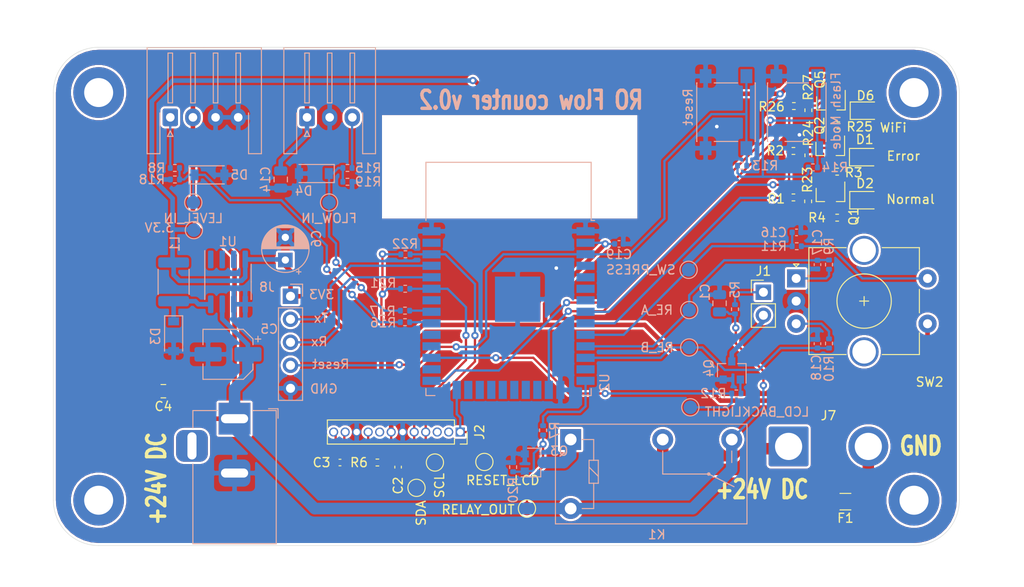
<source format=kicad_pcb>
(kicad_pcb (version 20171130) (host pcbnew "(5.1.10-1-10_14)")
  (layers (0 F.Cu signal hide) (31 B.Cu signal) (34 B.Paste user hide) (35 F.Paste user hide) (36 B.SilkS user) (37 F.SilkS user hide) (38 B.Mask user) (39 F.Mask user hide) (44 Edge.Cuts user))
  (net 0 "")
  (net 1 +24V)
  (net 2 GND)
  (net 3 "Net-(C3-Pad2)")
  (net 4 "Net-(C3-Pad1)")
  (net 5 "Net-(D1-Pad1)")
  (net 6 "Net-(D2-Pad1)")
  (net 7 "Net-(D3-Pad1)")
  (net 8 "Net-(J1-Pad1)")
  (net 9 /display/SCL)
  (net 10 /mcu/LEVEL_IN)
  (net 11 "Net-(Q1-Pad1)")
  (net 12 "Net-(Q2-Pad1)")
  (net 13 /mcu/NORMAL_OPERATION_OUT)
  (net 14 /mcu/ERROR_OUT)
  (net 15 /mcu/RE_A)
  (net 16 /mcu/RE_B)
  (net 17 /mcu/SW_PRESS)
  (net 18 +3V3)
  (net 19 "Net-(J7-Pad1)")
  (net 20 "Net-(K1-Pad1)")
  (net 21 "Net-(Q3-Pad1)")
  (net 22 /mcu/RELAY_OUT)
  (net 23 "Net-(R9-Pad1)")
  (net 24 "Net-(R10-Pad1)")
  (net 25 "Net-(R11-Pad2)")
  (net 26 "Net-(F1-Pad1)")
  (net 27 "Net-(J1-Pad2)")
  (net 28 "Net-(Q4-Pad1)")
  (net 29 /display/BACKLIGHT_LCD)
  (net 30 /mcu/RX)
  (net 31 /mcu/TX)
  (net 32 "Net-(R14-Pad2)")
  (net 33 /mcu/FLOW_IN)
  (net 34 "Net-(J2-Pad9)")
  (net 35 /display/SDA)
  (net 36 /display/RESET_DISPLAY)
  (net 37 "Net-(D4-Pad1)")
  (net 38 "Net-(D5-Pad1)")
  (net 39 "Net-(J5-Pad3)")
  (net 40 "Net-(J6-Pad1)")
  (net 41 /mcu/reset)
  (net 42 "Net-(Q1-Pad3)")
  (net 43 "Net-(Q2-Pad3)")
  (net 44 "Net-(D6-Pad1)")
  (net 45 "Net-(Q5-Pad3)")
  (net 46 "Net-(Q5-Pad1)")
  (net 47 /mcu/LED_WIFI)
  (module Connector_Wire:SolderWire-2.5sqmm_1x02_P8.8mm_D2.4mm_OD4.4mm (layer F.Cu) (at 205.1558 99.06)
    (fp_text reference J7 (at 4.4 -3.4) (layer F.SilkS))
    (fp_text value Conn_01x02)
    (pad 2 thru_hole circle (at 8.8 0) (size 4.4 4.4) (drill 3) (layers *.Cu *.Mask) (net 26 "Net-(F1-Pad1)"))
    (pad 1 thru_hole roundrect (at 0 0) (size 4.4 4.4) (drill 3) (layers *.Cu *.Mask) (roundrect_rratio 0.056818) (net 19 "Net-(J7-Pad1)"))
  )
  (module Connector_PinHeader_2.54mm:PinHeader_1x02_P2.54mm_Vertical (layer F.Cu) (at 202.3745 82.042)
    (fp_text reference J1 (at 0 -2.33) (layer F.SilkS))
    (fp_text value "LCD Power")
    (pad 2 thru_hole oval (at 0 2.54) (size 1.7 1.7) (drill 1) (layers *.Cu *.Mask) (net 27 "Net-(J1-Pad2)"))
    (pad 1 thru_hole rect (at 0 0) (size 1.7 1.7) (drill 1) (layers *.Cu *.Mask) (net 8 "Net-(J1-Pad1)"))
  )
  (module Capacitor_SMD:C_0805_2012Metric (layer B.Cu) (at 197.5358 83.2612 270)
    (fp_text reference C1 (at -1.2192 1.6002 90) (layer B.SilkS) (effects (justify mirror)))
    (fp_text value 22uF)
    (pad 2 smd roundrect (at 0.95 0 270) (size 1 1.45) (layers B.Cu B.Paste B.Mask) (net 1 +24V))
    (pad 1 smd roundrect (at -0.95 0 270) (size 1 1.45) (layers B.Cu B.Paste B.Mask) (net 2 GND))
  )
  (module Resistor_SMD:R_0402_1005Metric (layer F.Cu) (at 207.3402 61.9506 90)
    (fp_text reference R27 (at 2.5146 -0.0254 90) (layer F.SilkS))
    (fp_text value 10k)
    (pad 2 smd roundrect (at 0.51 0 90) (size 0.54 0.64) (layers F.Cu F.Paste F.Mask) (net 46 "Net-(Q5-Pad1)"))
    (pad 1 smd roundrect (at -0.51 0 90) (size 0.54 0.64) (layers F.Cu F.Paste F.Mask) (net 2 GND))
  )
  (module Resistor_SMD:R_0402_1005Metric (layer F.Cu) (at 205.738 61.4934)
    (fp_text reference R26 (at -2.4618 0.0762) (layer F.SilkS))
    (fp_text value 1k)
    (pad 2 smd roundrect (at 0.51 0) (size 0.54 0.64) (layers F.Cu F.Paste F.Mask) (net 46 "Net-(Q5-Pad1)"))
    (pad 1 smd roundrect (at -0.51 0) (size 0.54 0.64) (layers F.Cu F.Paste F.Mask) (net 47 /mcu/LED_WIFI))
  )
  (module Resistor_SMD:R_0402_1005Metric (layer F.Cu) (at 210.6422 63.627 180)
    (fp_text reference R25 (at -2.3622 -0.1524) (layer F.SilkS))
    (fp_text value 154)
    (pad 2 smd roundrect (at 0.51 0 180) (size 0.54 0.64) (layers F.Cu F.Paste F.Mask) (net 45 "Net-(Q5-Pad3)"))
    (pad 1 smd roundrect (at -0.51 0 180) (size 0.54 0.64) (layers F.Cu F.Paste F.Mask) (net 44 "Net-(D6-Pad1)"))
  )
  (module Package_TO_SOT_SMD:SOT-23 (layer F.Cu) (at 209.8294 61.1632 270)
    (fp_text reference Q5 (at -2.5908 1.2192 90) (layer F.SilkS))
    (fp_text value 2N7002E)
    (pad 3 smd rect (at 1 0 270) (size 0.9 0.8) (layers F.Cu F.Paste F.Mask) (net 45 "Net-(Q5-Pad3)"))
    (pad 2 smd rect (at -1 0.95 270) (size 0.9 0.8) (layers F.Cu F.Paste F.Mask) (net 2 GND))
    (pad 1 smd rect (at -1 -0.95 270) (size 0.9 0.8) (layers F.Cu F.Paste F.Mask) (net 46 "Net-(Q5-Pad1)"))
  )
  (module LED_SMD:LED_0805_2012Metric (layer F.Cu) (at 213.6444 62)
    (fp_text reference D6 (at 0 -1.65) (layer F.SilkS))
    (fp_text value WiFi)
    (pad 2 smd roundrect (at 0.9375 0) (size 0.975 1.4) (layers F.Cu F.Paste F.Mask) (net 18 +3V3))
    (pad 1 smd roundrect (at -0.9375 0) (size 0.975 1.4) (layers F.Cu F.Paste F.Mask) (net 44 "Net-(D6-Pad1)"))
  )
  (module Resistor_SMD:R_0402_1005Metric (layer F.Cu) (at 207.3402 66.929 90)
    (fp_text reference R24 (at 2.4384 0 90) (layer F.SilkS))
    (fp_text value 10k)
    (pad 2 smd roundrect (at 0.51 0 90) (size 0.54 0.64) (layers F.Cu F.Paste F.Mask) (net 12 "Net-(Q2-Pad1)"))
    (pad 1 smd roundrect (at -0.51 0 90) (size 0.54 0.64) (layers F.Cu F.Paste F.Mask) (net 2 GND))
  )
  (module Resistor_SMD:R_0402_1005Metric (layer F.Cu) (at 207.3148 72.009 90)
    (fp_text reference R23 (at 2.3876 -0.0762 90) (layer F.SilkS))
    (fp_text value 10k)
    (pad 2 smd roundrect (at 0.51 0 90) (size 0.54 0.64) (layers F.Cu F.Paste F.Mask) (net 11 "Net-(Q1-Pad1)"))
    (pad 1 smd roundrect (at -0.51 0 90) (size 0.54 0.64) (layers F.Cu F.Paste F.Mask) (net 2 GND))
  )
  (module Package_TO_SOT_SMD:SOT-23 (layer F.Cu) (at 209.7532 66.1924 270)
    (fp_text reference Q2 (at -2.54 1.1684 90) (layer F.SilkS))
    (fp_text value 2N7002E)
    (pad 3 smd rect (at 1 0 270) (size 0.9 0.8) (layers F.Cu F.Paste F.Mask) (net 43 "Net-(Q2-Pad3)"))
    (pad 2 smd rect (at -1 0.95 270) (size 0.9 0.8) (layers F.Cu F.Paste F.Mask) (net 2 GND))
    (pad 1 smd rect (at -1 -0.95 270) (size 0.9 0.8) (layers F.Cu F.Paste F.Mask) (net 12 "Net-(Q2-Pad1)"))
  )
  (module Package_TO_SOT_SMD:SOT-23 (layer F.Cu) (at 209.7786 71.2724 270)
    (fp_text reference Q1 (at 2.413 -2.5654 90) (layer F.SilkS))
    (fp_text value 2N7002E)
    (pad 3 smd rect (at 1 0 270) (size 0.9 0.8) (layers F.Cu F.Paste F.Mask) (net 42 "Net-(Q1-Pad3)"))
    (pad 2 smd rect (at -1 0.95 270) (size 0.9 0.8) (layers F.Cu F.Paste F.Mask) (net 2 GND))
    (pad 1 smd rect (at -1 -0.95 270) (size 0.9 0.8) (layers F.Cu F.Paste F.Mask) (net 11 "Net-(Q1-Pad1)"))
  )
  (module Connector_PinSocket_1.27mm:PinSocket_1x12_P1.27mm_Vertical (layer F.Cu) (at 168.91 97.4725 270)
    (fp_text reference J2 (at 0 -2.135 90) (layer F.SilkS))
    (fp_text value Conn_01x12)
    (pad 12 thru_hole oval (at 0 13.97 270) (size 1 1) (drill 0.7) (layers *.Cu *.Mask) (net 4 "Net-(C3-Pad1)"))
    (pad 11 thru_hole oval (at 0 12.7 270) (size 1 1) (drill 0.7) (layers *.Cu *.Mask) (net 3 "Net-(C3-Pad2)"))
    (pad 10 thru_hole oval (at 0 11.43 270) (size 1 1) (drill 0.7) (layers *.Cu *.Mask) (net 2 GND))
    (pad 9 thru_hole oval (at 0 10.16 270) (size 1 1) (drill 0.7) (layers *.Cu *.Mask) (net 34 "Net-(J2-Pad9)"))
    (pad 8 thru_hole oval (at 0 8.89 270) (size 1 1) (drill 0.7) (layers *.Cu *.Mask))
    (pad 7 thru_hole oval (at 0 7.62 270) (size 1 1) (drill 0.7) (layers *.Cu *.Mask) (net 18 +3V3))
    (pad 6 thru_hole oval (at 0 6.35 270) (size 1 1) (drill 0.7) (layers *.Cu *.Mask) (net 2 GND))
    (pad 5 thru_hole oval (at 0 5.08 270) (size 1 1) (drill 0.7) (layers *.Cu *.Mask) (net 35 /display/SDA))
    (pad 4 thru_hole oval (at 0 3.81 270) (size 1 1) (drill 0.7) (layers *.Cu *.Mask) (net 9 /display/SCL))
    (pad 3 thru_hole oval (at 0 2.54 270) (size 1 1) (drill 0.7) (layers *.Cu *.Mask))
    (pad 2 thru_hole oval (at 0 1.27 270) (size 1 1) (drill 0.7) (layers *.Cu *.Mask))
    (pad 1 thru_hole rect (at 0 0 270) (size 1 1) (drill 0.7) (layers *.Cu *.Mask) (net 36 /display/RESET_DISPLAY))
  )
  (module Button_Switch_SMD:SW_Push_1P1T_NO_6x6mm_H9.5mm (layer B.Cu) (at 206.0575 62.1665 90)
    (fp_text reference SW4 hide)
    (fp_text value "Flash Mode" (at 0.127 4.318 90) (layer B.SilkS) (effects (justify mirror)))
    (pad 2 smd rect (at 3.975 -2.25 90) (size 1.55 1.3) (layers B.Cu B.Paste B.Mask) (net 2 GND))
    (pad 1 smd rect (at 3.975 2.25 90) (size 1.55 1.3) (layers B.Cu B.Paste B.Mask) (net 32 "Net-(R14-Pad2)"))
    (pad 1 smd rect (at -3.975 2.25 90) (size 1.55 1.3) (layers B.Cu B.Paste B.Mask) (net 32 "Net-(R14-Pad2)"))
    (pad 2 smd rect (at -3.975 -2.25 90) (size 1.55 1.3) (layers B.Cu B.Paste B.Mask) (net 2 GND))
  )
  (module Button_Switch_SMD:SW_Push_1P1T_NO_6x6mm_H9.5mm (layer B.Cu) (at 198.247 62.1665 270)
    (fp_text reference SW3 hide)
    (fp_text value Reset (at -0.5715 4.191 90) (layer B.SilkS) (effects (justify mirror)))
    (pad 2 smd rect (at 3.975 -2.25 270) (size 1.55 1.3) (layers B.Cu B.Paste B.Mask) (net 41 /mcu/reset))
    (pad 1 smd rect (at 3.975 2.25 270) (size 1.55 1.3) (layers B.Cu B.Paste B.Mask) (net 2 GND))
    (pad 1 smd rect (at -3.975 2.25 270) (size 1.55 1.3) (layers B.Cu B.Paste B.Mask) (net 2 GND))
    (pad 2 smd rect (at -3.975 -2.25 270) (size 1.55 1.3) (layers B.Cu B.Paste B.Mask) (net 41 /mcu/reset))
  )
  (module Resistor_SMD:R_0402_1005Metric (layer B.Cu) (at 162.8648 77.851)
    (fp_text reference R22 (at -0.0508 -1.143) (layer B.SilkS) (effects (justify mirror)))
    (fp_text value 5k6)
    (pad 2 smd roundrect (at 0.51 0) (size 0.54 0.64) (layers B.Cu B.Paste B.Mask) (net 9 /display/SCL))
    (pad 1 smd roundrect (at -0.51 0) (size 0.54 0.64) (layers B.Cu B.Paste B.Mask) (net 18 +3V3))
  )
  (module Resistor_SMD:R_0402_1005Metric (layer B.Cu) (at 162.8394 81.661)
    (fp_text reference R21 (at -2.4384 -0.635) (layer B.SilkS) (effects (justify mirror)))
    (fp_text value 5k6)
    (pad 2 smd roundrect (at 0.51 0) (size 0.54 0.64) (layers B.Cu B.Paste B.Mask) (net 35 /display/SDA))
    (pad 1 smd roundrect (at -0.51 0) (size 0.54 0.64) (layers B.Cu B.Paste B.Mask) (net 18 +3V3))
  )
  (module Connector_PinHeader_2.54mm:PinHeader_1x05_P2.54mm_Vertical (layer B.Cu) (at 150.1775 82.4865 180)
    (fp_text reference J8 (at 2.6035 1.016) (layer B.SilkS) (effects (justify mirror)))
    (fp_text value Programming)
    (pad 5 thru_hole oval (at 0 -10.16 180) (size 1.7 1.7) (drill 1) (layers *.Cu *.Mask) (net 2 GND))
    (pad 4 thru_hole oval (at 0 -7.62 180) (size 1.7 1.7) (drill 1) (layers *.Cu *.Mask) (net 41 /mcu/reset))
    (pad 3 thru_hole oval (at 0 -5.08 180) (size 1.7 1.7) (drill 1) (layers *.Cu *.Mask) (net 30 /mcu/RX))
    (pad 2 thru_hole oval (at 0 -2.54 180) (size 1.7 1.7) (drill 1) (layers *.Cu *.Mask) (net 31 /mcu/TX))
    (pad 1 thru_hole rect (at 0 0 180) (size 1.7 1.7) (drill 1) (layers *.Cu *.Mask) (net 18 +3V3))
  )
  (module Resistor_SMD:R_0402_1005Metric (layer B.Cu) (at 174.752 101.346 270)
    (fp_text reference R20 (at 2.54 0 90) (layer B.SilkS) (effects (justify mirror)))
    (fp_text value 10k)
    (pad 2 smd roundrect (at 0.51 0 270) (size 0.54 0.64) (layers B.Cu B.Paste B.Mask) (net 21 "Net-(Q3-Pad1)"))
    (pad 1 smd roundrect (at -0.51 0 270) (size 0.54 0.64) (layers B.Cu B.Paste B.Mask) (net 2 GND))
  )
  (module TestPoint:TestPoint_Pad_D1.5mm (layer B.Cu) (at 154.432 72.136 180)
    (fp_text reference TP9 hide)
    (fp_text value FLOW_IN (at 0 -1.75) (layer B.SilkS) (effects (justify mirror)))
    (pad 1 smd circle (at 0 0 180) (size 1.5 1.5) (layers B.Cu B.Mask) (net 37 "Net-(D4-Pad1)"))
  )
  (module TestPoint:TestPoint_Pad_D1.5mm (layer B.Cu) (at 139.446 72.136 180)
    (fp_text reference TP7 hide)
    (fp_text value LEVEL_IN (at 0 -1.75) (layer B.SilkS) (effects (justify mirror)))
    (pad 1 smd circle (at 0 0 180) (size 1.5 1.5) (layers B.Cu B.Mask) (net 38 "Net-(D5-Pad1)"))
  )
  (module Resistor_SMD:R_0402_1005Metric (layer B.Cu) (at 156.464 69.85)
    (fp_text reference R19 (at 2.286 0) (layer B.SilkS) (effects (justify mirror)))
    (fp_text value 10k)
    (pad 2 smd roundrect (at 0.51 0) (size 0.54 0.64) (layers B.Cu B.Paste B.Mask) (net 2 GND))
    (pad 1 smd roundrect (at -0.51 0) (size 0.54 0.64) (layers B.Cu B.Paste B.Mask) (net 37 "Net-(D4-Pad1)"))
  )
  (module Resistor_SMD:R_0402_1005Metric (layer B.Cu) (at 137.414 69.596 180)
    (fp_text reference R18 (at 2.54 0) (layer B.SilkS) (effects (justify mirror)))
    (fp_text value 1k56)
    (pad 2 smd roundrect (at 0.51 0 180) (size 0.54 0.64) (layers B.Cu B.Paste B.Mask) (net 2 GND))
    (pad 1 smd roundrect (at -0.51 0 180) (size 0.54 0.64) (layers B.Cu B.Paste B.Mask) (net 38 "Net-(D5-Pad1)"))
  )
  (module Resistor_SMD:R_0402_1005Metric (layer B.Cu) (at 162.814 84.074 180)
    (fp_text reference R17 (at 2.4765 -0.0635) (layer B.SilkS) (effects (justify mirror)))
    (fp_text value 1k)
    (pad 2 smd roundrect (at 0.51 0 180) (size 0.54 0.64) (layers B.Cu B.Paste B.Mask) (net 37 "Net-(D4-Pad1)"))
    (pad 1 smd roundrect (at -0.51 0 180) (size 0.54 0.64) (layers B.Cu B.Paste B.Mask) (net 33 /mcu/FLOW_IN))
  )
  (module Resistor_SMD:R_0402_1005Metric (layer B.Cu) (at 162.814 85.344 180)
    (fp_text reference R16 (at 2.413 -0.0635 180) (layer B.SilkS) (effects (justify mirror)))
    (fp_text value 1k)
    (pad 2 smd roundrect (at 0.51 0 180) (size 0.54 0.64) (layers B.Cu B.Paste B.Mask) (net 38 "Net-(D5-Pad1)"))
    (pad 1 smd roundrect (at -0.51 0 180) (size 0.54 0.64) (layers B.Cu B.Paste B.Mask) (net 10 /mcu/LEVEL_IN))
  )
  (module Resistor_SMD:R_0402_1005Metric (layer B.Cu) (at 156.464 68.326 180)
    (fp_text reference R15 (at -2.286 0) (layer B.SilkS) (effects (justify mirror)))
    (fp_text value 5k6)
    (pad 2 smd roundrect (at 0.51 0 180) (size 0.54 0.64) (layers B.Cu B.Paste B.Mask) (net 37 "Net-(D4-Pad1)"))
    (pad 1 smd roundrect (at -0.51 0 180) (size 0.54 0.64) (layers B.Cu B.Paste B.Mask) (net 39 "Net-(J5-Pad3)"))
  )
  (module Resistor_SMD:R_0402_1005Metric (layer B.Cu) (at 137.412 68.326)
    (fp_text reference R8 (at -2.03 0) (layer B.SilkS) (effects (justify mirror)))
    (fp_text value 10k)
    (pad 2 smd roundrect (at 0.51 0) (size 0.54 0.64) (layers B.Cu B.Paste B.Mask) (net 38 "Net-(D5-Pad1)"))
    (pad 1 smd roundrect (at -0.51 0) (size 0.54 0.64) (layers B.Cu B.Paste B.Mask) (net 40 "Net-(J6-Pad1)"))
  )
  (module Diode_SMD:D_SOD-123 (layer B.Cu) (at 141.224 69.088)
    (fp_text reference D5 (at 3.302 0) (layer B.SilkS) (effects (justify mirror)))
    (fp_text value 3V3)
    (pad 2 smd rect (at 1.65 0) (size 0.9 1.2) (layers B.Cu B.Paste B.Mask) (net 2 GND))
    (pad 1 smd rect (at -1.65 0) (size 0.9 1.2) (layers B.Cu B.Paste B.Mask) (net 38 "Net-(D5-Pad1)"))
  )
  (module RF_Module:ESP32-WROOM-32 (layer B.Cu) (at 174.244 83.566 180)
    (fp_text reference U2 (at -10.61 -8.43 270) (layer B.SilkS) (effects (justify mirror)))
    (fp_text value ESP32-WROOM-32)
    (pad 38 smd rect (at 8.5 8.255 180) (size 2 0.9) (layers B.Cu B.Paste B.Mask) (net 2 GND))
    (pad 37 smd rect (at 8.5 6.985 180) (size 2 0.9) (layers B.Cu B.Paste B.Mask))
    (pad 36 smd rect (at 8.5 5.715 180) (size 2 0.9) (layers B.Cu B.Paste B.Mask) (net 9 /display/SCL))
    (pad 35 smd rect (at 8.5 4.445 180) (size 2 0.9) (layers B.Cu B.Paste B.Mask) (net 31 /mcu/TX))
    (pad 34 smd rect (at 8.5 3.175 180) (size 2 0.9) (layers B.Cu B.Paste B.Mask) (net 30 /mcu/RX))
    (pad 33 smd rect (at 8.5 1.905 180) (size 2 0.9) (layers B.Cu B.Paste B.Mask) (net 35 /display/SDA))
    (pad 32 smd rect (at 8.5 0.635 180) (size 2 0.9) (layers B.Cu B.Paste B.Mask))
    (pad 31 smd rect (at 8.5 -0.635 180) (size 2 0.9) (layers B.Cu B.Paste B.Mask) (net 33 /mcu/FLOW_IN))
    (pad 30 smd rect (at 8.5 -1.905 180) (size 2 0.9) (layers B.Cu B.Paste B.Mask) (net 10 /mcu/LEVEL_IN))
    (pad 29 smd rect (at 8.5 -3.175 180) (size 2 0.9) (layers B.Cu B.Paste B.Mask))
    (pad 28 smd rect (at 8.5 -4.445 180) (size 2 0.9) (layers B.Cu B.Paste B.Mask))
    (pad 27 smd rect (at 8.5 -5.715 180) (size 2 0.9) (layers B.Cu B.Paste B.Mask) (net 29 /display/BACKLIGHT_LCD))
    (pad 26 smd rect (at 8.5 -6.985 180) (size 2 0.9) (layers B.Cu B.Paste B.Mask))
    (pad 25 smd rect (at 8.5 -8.255 180) (size 2 0.9) (layers B.Cu B.Paste B.Mask) (net 32 "Net-(R14-Pad2)"))
    (pad 24 smd rect (at 5.715 -9.255 90) (size 2 0.9) (layers B.Cu B.Paste B.Mask) (net 36 /display/RESET_DISPLAY))
    (pad 23 smd rect (at 4.445 -9.255 90) (size 2 0.9) (layers B.Cu B.Paste B.Mask))
    (pad 22 smd rect (at 3.175 -9.255 90) (size 2 0.9) (layers B.Cu B.Paste B.Mask))
    (pad 21 smd rect (at 1.905 -9.255 90) (size 2 0.9) (layers B.Cu B.Paste B.Mask))
    (pad 20 smd rect (at 0.635 -9.255 90) (size 2 0.9) (layers B.Cu B.Paste B.Mask))
    (pad 19 smd rect (at -0.635 -9.255 90) (size 2 0.9) (layers B.Cu B.Paste B.Mask))
    (pad 18 smd rect (at -1.905 -9.255 90) (size 2 0.9) (layers B.Cu B.Paste B.Mask))
    (pad 17 smd rect (at -3.175 -9.255 90) (size 2 0.9) (layers B.Cu B.Paste B.Mask))
    (pad 16 smd rect (at -4.445 -9.255 90) (size 2 0.9) (layers B.Cu B.Paste B.Mask) (net 47 /mcu/LED_WIFI))
    (pad 15 smd rect (at -5.715 -9.255 90) (size 2 0.9) (layers B.Cu B.Paste B.Mask) (net 2 GND))
    (pad 14 smd rect (at -8.5 -8.255 180) (size 2 0.9) (layers B.Cu B.Paste B.Mask) (net 22 /mcu/RELAY_OUT))
    (pad 13 smd rect (at -8.5 -6.985 180) (size 2 0.9) (layers B.Cu B.Paste B.Mask))
    (pad 12 smd rect (at -8.5 -5.715 180) (size 2 0.9) (layers B.Cu B.Paste B.Mask) (net 16 /mcu/RE_B))
    (pad 11 smd rect (at -8.5 -4.445 180) (size 2 0.9) (layers B.Cu B.Paste B.Mask) (net 15 /mcu/RE_A))
    (pad 10 smd rect (at -8.5 -3.175 180) (size 2 0.9) (layers B.Cu B.Paste B.Mask) (net 17 /mcu/SW_PRESS))
    (pad 9 smd rect (at -8.5 -1.905 180) (size 2 0.9) (layers B.Cu B.Paste B.Mask) (net 13 /mcu/NORMAL_OPERATION_OUT))
    (pad 8 smd rect (at -8.5 -0.635 180) (size 2 0.9) (layers B.Cu B.Paste B.Mask) (net 14 /mcu/ERROR_OUT))
    (pad 7 smd rect (at -8.5 0.635 180) (size 2 0.9) (layers B.Cu B.Paste B.Mask))
    (pad 6 smd rect (at -8.5 1.905 180) (size 2 0.9) (layers B.Cu B.Paste B.Mask))
    (pad 5 smd rect (at -8.5 3.175 180) (size 2 0.9) (layers B.Cu B.Paste B.Mask))
    (pad 4 smd rect (at -8.5 4.445 180) (size 2 0.9) (layers B.Cu B.Paste B.Mask))
    (pad 3 smd rect (at -8.5 5.715 180) (size 2 0.9) (layers B.Cu B.Paste B.Mask) (net 41 /mcu/reset))
    (pad 2 smd rect (at -8.5 6.985 180) (size 2 0.9) (layers B.Cu B.Paste B.Mask) (net 18 +3V3))
    (pad 1 smd rect (at -8.5 8.255 180) (size 2 0.9) (layers B.Cu B.Paste B.Mask) (net 2 GND))
    (pad 39 smd rect (at -1 0.755 180) (size 5 5) (layers B.Cu B.Paste B.Mask) (net 2 GND))
  )
  (module Resistor_SMD:R_0402_1005Metric (layer B.Cu) (at 207.8335 68.2625)
    (fp_text reference R14 (at 2.433376 0) (layer B.SilkS) (effects (justify mirror)))
    (fp_text value 10k)
    (pad 2 smd roundrect (at 0.51 0) (size 0.54 0.64) (layers B.Cu B.Paste B.Mask) (net 32 "Net-(R14-Pad2)"))
    (pad 1 smd roundrect (at -0.51 0) (size 0.54 0.64) (layers B.Cu B.Paste B.Mask) (net 18 +3V3))
  )
  (module Resistor_SMD:R_0402_1005Metric (layer B.Cu) (at 200.025 68.072)
    (fp_text reference R13 (at 2.54 0) (layer B.SilkS) (effects (justify mirror)))
    (fp_text value 10k)
    (pad 2 smd roundrect (at 0.51 0) (size 0.54 0.64) (layers B.Cu B.Paste B.Mask) (net 41 /mcu/reset))
    (pad 1 smd roundrect (at -0.51 0) (size 0.54 0.64) (layers B.Cu B.Paste B.Mask) (net 18 +3V3))
  )
  (module Connector_JST:JST_XH_S4B-XH-A-1_1x04_P2.50mm_Horizontal (layer B.Cu) (at 136.906 62.738)
    (fp_text reference J6 hide)
    (fp_text value "Level Sensor (optional)")
    (pad 4 thru_hole oval (at 7.5 0) (size 1.7 1.95) (drill 0.95) (layers *.Cu *.Mask) (net 2 GND))
    (pad 3 thru_hole oval (at 5 0) (size 1.7 1.95) (drill 0.95) (layers *.Cu *.Mask) (net 2 GND))
    (pad 2 thru_hole oval (at 2.5 0) (size 1.7 1.95) (drill 0.95) (layers *.Cu *.Mask) (net 1 +24V))
    (pad 1 thru_hole roundrect (at 0 0) (size 1.7 1.95) (drill 0.95) (layers *.Cu *.Mask) (roundrect_rratio 0.1470588235294118) (net 40 "Net-(J6-Pad1)"))
  )
  (module Connector_JST:JST_XH_S3B-XH-A-1_1x03_P2.50mm_Horizontal (layer B.Cu) (at 152 62.738)
    (fp_text reference J5 hide)
    (fp_text value "Flow Meter")
    (pad 3 thru_hole oval (at 5 0) (size 1.7 1.95) (drill 0.95) (layers *.Cu *.Mask) (net 39 "Net-(J5-Pad3)"))
    (pad 2 thru_hole oval (at 2.5 0) (size 1.7 1.95) (drill 0.95) (layers *.Cu *.Mask) (net 2 GND))
    (pad 1 thru_hole roundrect (at 0 0) (size 1.7 1.95) (drill 0.95) (layers *.Cu *.Mask) (roundrect_rratio 0.1470588235294118) (net 1 +24V))
  )
  (module Capacitor_SMD:C_0402_1005Metric (layer B.Cu) (at 186.436 76.708)
    (fp_text reference C19 (at 0 1.16) (layer B.SilkS) (effects (justify mirror)))
    (fp_text value 0.1uF)
    (pad 2 smd roundrect (at 0.48 0) (size 0.56 0.62) (layers B.Cu B.Paste B.Mask) (net 2 GND))
    (pad 1 smd roundrect (at -0.48 0) (size 0.56 0.62) (layers B.Cu B.Paste B.Mask) (net 18 +3V3))
  )
  (module TestPoint:TestPoint_Pad_D1.5mm (layer B.Cu) (at 194.31 94.742)
    (fp_text reference TP12 hide)
    (fp_text value LCD_BACKLIGHT (at 7.366 0.508) (layer B.SilkS) (effects (justify mirror)))
    (pad 1 smd circle (at 0 0) (size 1.5 1.5) (layers B.Cu B.Mask) (net 29 /display/BACKLIGHT_LCD))
  )
  (module Resistor_SMD:R_0402_1005Metric (layer B.Cu) (at 199.388001 93.218 180)
    (fp_text reference R12 (at 2.538001 0) (layer B.SilkS) (effects (justify mirror)))
    (fp_text value 1k)
    (pad 2 smd roundrect (at 0.51 0 180) (size 0.54 0.64) (layers B.Cu B.Paste B.Mask) (net 29 /display/BACKLIGHT_LCD))
    (pad 1 smd roundrect (at -0.51 0 180) (size 0.54 0.64) (layers B.Cu B.Paste B.Mask) (net 28 "Net-(Q4-Pad1)"))
  )
  (module Package_TO_SOT_SMD:SOT-23 (layer B.Cu) (at 198.882 90.678 90)
    (fp_text reference Q4 (at 0.254 -2.54 90) (layer B.SilkS) (effects (justify mirror)))
    (fp_text value 2N7002E)
    (pad 3 smd rect (at 1 0 90) (size 0.9 0.8) (layers B.Cu B.Paste B.Mask) (net 27 "Net-(J1-Pad2)"))
    (pad 2 smd rect (at -1 -0.95 90) (size 0.9 0.8) (layers B.Cu B.Paste B.Mask) (net 2 GND))
    (pad 1 smd rect (at -1 0.95 90) (size 0.9 0.8) (layers B.Cu B.Paste B.Mask) (net 28 "Net-(Q4-Pad1)"))
  )
  (module Fuse:Fuse_1206_3216Metric (layer F.Cu) (at 211.4296 105.156 180)
    (fp_text reference F1 (at 0 -1.82) (layer F.SilkS))
    (fp_text value 10A)
    (pad 2 smd roundrect (at 1.4 0 180) (size 1.25 1.75) (layers F.Cu F.Paste F.Mask) (roundrect_rratio 0.2) (net 2 GND))
    (pad 1 smd roundrect (at -1.4 0 180) (size 1.25 1.75) (layers F.Cu F.Paste F.Mask) (roundrect_rratio 0.2) (net 26 "Net-(F1-Pad1)"))
  )
  (module TestPoint:TestPoint_Pad_D1.5mm (layer F.Cu) (at 171.577 100.7745)
    (fp_text reference TP8 hide)
    (fp_text value RESET_LCD (at 2.032 2.032 180) (layer F.SilkS))
    (pad 1 smd circle (at 0 0) (size 1.5 1.5) (layers F.Cu F.Mask) (net 36 /display/RESET_DISPLAY))
  )
  (module TestPoint:TestPoint_Pad_D1.5mm (layer F.Cu) (at 164.084 103.632)
    (fp_text reference TP6 hide)
    (fp_text value SDA (at 0.508 2.794 90) (layer F.SilkS))
    (pad 1 smd circle (at 0 0) (size 1.5 1.5) (layers F.Cu F.Mask) (net 35 /display/SDA))
  )
  (module TestPoint:TestPoint_Pad_D1.5mm (layer B.Cu) (at 194.183 88.138)
    (fp_text reference TP5 hide)
    (fp_text value RE_B (at -3.556 0) (layer B.SilkS) (effects (justify mirror)))
    (pad 1 smd circle (at 0 0) (size 1.5 1.5) (layers B.Cu B.Mask) (net 16 /mcu/RE_B))
  )
  (module TestPoint:TestPoint_Pad_D1.5mm (layer F.Cu) (at 176.276 105.918 180)
    (fp_text reference TP4 hide)
    (fp_text value RELAY_OUT (at 5.3975 -0.127 180) (layer F.SilkS))
    (pad 1 smd circle (at 0 0 180) (size 1.5 1.5) (layers F.Cu F.Mask) (net 21 "Net-(Q3-Pad1)"))
  )
  (module TestPoint:TestPoint_Pad_D1.5mm (layer B.Cu) (at 194.183 84.0105)
    (fp_text reference TP3 hide)
    (fp_text value RE_A (at -3.556 0) (layer B.SilkS) (effects (justify mirror)))
    (pad 1 smd circle (at 0 0) (size 1.5 1.5) (layers B.Cu B.Mask) (net 15 /mcu/RE_A))
  )
  (module TestPoint:TestPoint_Pad_D1.5mm (layer B.Cu) (at 194.1195 79.5655 180)
    (fp_text reference TP2 hide)
    (fp_text value SW_PRESS (at 5.2705 0) (layer B.SilkS) (effects (justify mirror)))
    (pad 1 smd circle (at 0 0 180) (size 1.5 1.5) (layers B.Cu B.Mask) (net 17 /mcu/SW_PRESS))
  )
  (module TestPoint:TestPoint_Pad_D1.5mm (layer F.Cu) (at 166.116 100.838)
    (fp_text reference TP11 hide)
    (fp_text value SCL (at 0.508 2.54 90) (layer F.SilkS))
    (pad 1 smd circle (at 0 0) (size 1.5 1.5) (layers F.Cu F.Mask) (net 9 /display/SCL))
  )
  (module Resistor_SMD:R_0402_1005Metric (layer B.Cu) (at 206.0555 76.962)
    (fp_text reference R11 (at -2.538 0) (layer B.SilkS) (effects (justify mirror)))
    (fp_text value 1k)
    (pad 2 smd roundrect (at 0.51 0) (size 0.54 0.64) (layers B.Cu B.Paste B.Mask) (net 25 "Net-(R11-Pad2)"))
    (pad 1 smd roundrect (at -0.51 0) (size 0.54 0.64) (layers B.Cu B.Paste B.Mask) (net 17 /mcu/SW_PRESS))
  )
  (module Resistor_SMD:R_0402_1005Metric (layer B.Cu) (at 209.6135 87.695499 270)
    (fp_text reference R10 (at 2.792001 0 90) (layer B.SilkS) (effects (justify mirror)))
    (fp_text value 1k)
    (pad 2 smd roundrect (at 0.51 0 270) (size 0.54 0.64) (layers B.Cu B.Paste B.Mask) (net 16 /mcu/RE_B))
    (pad 1 smd roundrect (at -0.51 0 270) (size 0.54 0.64) (layers B.Cu B.Paste B.Mask) (net 24 "Net-(R10-Pad1)"))
  )
  (module Resistor_SMD:R_0402_1005Metric (layer B.Cu) (at 209.6135 78.994 90)
    (fp_text reference R9 (at 2.032 0 90) (layer B.SilkS) (effects (justify mirror)))
    (fp_text value 1k)
    (pad 2 smd roundrect (at 0.51 0 90) (size 0.54 0.64) (layers B.Cu B.Paste B.Mask) (net 15 /mcu/RE_A))
    (pad 1 smd roundrect (at -0.51 0 90) (size 0.54 0.64) (layers B.Cu B.Paste B.Mask) (net 23 "Net-(R9-Pad1)"))
  )
  (module Diode_SMD:D_SOD-123 (layer B.Cu) (at 152.757274 68.937274 180)
    (fp_text reference D4 (at 1.119274 -1.928726) (layer B.SilkS) (effects (justify mirror)))
    (fp_text value 3V3)
    (pad 2 smd rect (at 1.65 0 180) (size 0.9 1.2) (layers B.Cu B.Paste B.Mask) (net 2 GND))
    (pad 1 smd rect (at -1.65 0 180) (size 0.9 1.2) (layers B.Cu B.Paste B.Mask) (net 37 "Net-(D4-Pad1)"))
  )
  (module Capacitor_SMD:C_0402_1005Metric (layer B.Cu) (at 208.3435 87.7215 90)
    (fp_text reference C18 (at -2.639 -0.127 90) (layer B.SilkS) (effects (justify mirror)))
    (fp_text value 0.1uF)
    (pad 2 smd roundrect (at 0.48 0 90) (size 0.56 0.62) (layers B.Cu B.Paste B.Mask) (net 2 GND))
    (pad 1 smd roundrect (at -0.48 0 90) (size 0.56 0.62) (layers B.Cu B.Paste B.Mask) (net 16 /mcu/RE_B))
  )
  (module Capacitor_SMD:C_0402_1005Metric (layer B.Cu) (at 208.343499 78.994 270)
    (fp_text reference C17 (at -2.4765 -0.000001 90) (layer B.SilkS) (effects (justify mirror)))
    (fp_text value 0.1uF)
    (pad 1 smd roundrect (at -0.48 0 270) (size 0.56 0.62) (layers B.Cu B.Paste B.Mask) (net 15 /mcu/RE_A))
    (pad 2 smd roundrect (at 0.48 0 270) (size 0.56 0.62) (layers B.Cu B.Paste B.Mask) (net 2 GND))
  )
  (module Capacitor_SMD:C_0402_1005Metric (layer B.Cu) (at 206.0295 75.438)
    (fp_text reference C16 (at -2.512 0) (layer B.SilkS) (effects (justify mirror)))
    (fp_text value 100nF)
    (pad 2 smd roundrect (at 0.48 0) (size 0.56 0.62) (layers B.Cu B.Paste B.Mask) (net 2 GND))
    (pad 1 smd roundrect (at -0.48 0) (size 0.56 0.62) (layers B.Cu B.Paste B.Mask) (net 17 /mcu/SW_PRESS))
  )
  (module Connector_BarrelJack:BarrelJack_Horizontal (layer B.Cu) (at 144 96 90)
    (fp_text reference J3 hide)
    (fp_text value Barrel_Jack)
    (pad 3 thru_hole roundrect (at -3 -4.7 90) (size 3.5 3.5) (drill oval 3 1) (layers *.Cu *.Mask))
    (pad 2 thru_hole roundrect (at -6 0 90) (size 3 3.5) (drill oval 1 3) (layers *.Cu *.Mask) (net 2 GND))
    (pad 1 thru_hole rect (at 0 0 90) (size 3.5 3.5) (drill oval 1 3) (layers *.Cu *.Mask) (net 1 +24V))
  )
  (module Resistor_SMD:R_0402_1005Metric (layer B.Cu) (at 178.054 97.282 90)
    (fp_text reference R7 (at 0 1.27 90) (layer B.SilkS) (effects (justify mirror)))
    (fp_text value 1k)
    (pad 2 smd roundrect (at 0.51 0 90) (size 0.54 0.64) (layers B.Cu B.Paste B.Mask) (net 22 /mcu/RELAY_OUT))
    (pad 1 smd roundrect (at -0.51 0 90) (size 0.54 0.64) (layers B.Cu B.Paste B.Mask) (net 21 "Net-(Q3-Pad1)"))
  )
  (module Package_TO_SOT_SMD:SOT-23 (layer B.Cu) (at 177.038 100.838)
    (fp_text reference Q3 (at 2.794 -1.27) (layer B.SilkS) (effects (justify mirror)))
    (fp_text value 2N7002E)
    (pad 3 smd rect (at 1 0) (size 0.9 0.8) (layers B.Cu B.Paste B.Mask) (net 20 "Net-(K1-Pad1)"))
    (pad 2 smd rect (at -1 -0.95) (size 0.9 0.8) (layers B.Cu B.Paste B.Mask) (net 2 GND))
    (pad 1 smd rect (at -1 0.95) (size 0.9 0.8) (layers B.Cu B.Paste B.Mask) (net 21 "Net-(Q3-Pad1)"))
  )
  (module Relay_THT:Relay_SPST_Omron-G5Q-1A (layer B.Cu) (at 181.102 98.298)
    (fp_text reference K1 (at 9.5 10.5 180) (layer B.SilkS) (effects (justify mirror)))
    (fp_text value G5Q-1A)
    (pad 5 thru_hole circle (at 0 7.62 180) (size 2.3 2.3) (drill 1.3) (layers *.Cu *.Mask) (net 1 +24V))
    (pad 3 thru_hole circle (at 17.78 0 180) (size 2.3 2.3) (drill 1.3) (layers *.Cu *.Mask) (net 1 +24V))
    (pad 2 thru_hole circle (at 10.16 0 180) (size 2.3 2.3) (drill 1.3) (layers *.Cu *.Mask) (net 19 "Net-(J7-Pad1)"))
    (pad 1 thru_hole rect (at 0 0 180) (size 2.3 2.3) (drill 1.3) (layers *.Cu *.Mask) (net 20 "Net-(K1-Pad1)"))
  )
  (module Package_SO:SOIC-8_3.9x4.9mm_P1.27mm (layer B.Cu) (at 143.274277 80.894 270)
    (fp_text reference U1 (at -4.44 0.018277) (layer B.SilkS) (effects (justify mirror)))
    (fp_text value LM2594HVM-3.3)
    (pad 8 smd roundrect (at 2.475 1.905 270) (size 1.95 0.6) (layers B.Cu B.Paste B.Mask) (net 7 "Net-(D3-Pad1)"))
    (pad 7 smd roundrect (at 2.475 0.635 270) (size 1.95 0.6) (layers B.Cu B.Paste B.Mask) (net 1 +24V))
    (pad 6 smd roundrect (at 2.475 -0.635 270) (size 1.95 0.6) (layers B.Cu B.Paste B.Mask) (net 2 GND))
    (pad 5 smd roundrect (at 2.475 -1.905 270) (size 1.95 0.6) (layers B.Cu B.Paste B.Mask) (net 2 GND))
    (pad 4 smd roundrect (at -2.475 -1.905 270) (size 1.95 0.6) (layers B.Cu B.Paste B.Mask) (net 18 +3V3))
    (pad 3 smd roundrect (at -2.475 -0.635 270) (size 1.95 0.6) (layers B.Cu B.Paste B.Mask))
    (pad 2 smd roundrect (at -2.475 0.635 270) (size 1.95 0.6) (layers B.Cu B.Paste B.Mask))
    (pad 1 smd roundrect (at -2.475 1.905 270) (size 1.95 0.6) (layers B.Cu B.Paste B.Mask))
  )
  (module TestPoint:TestPoint_Pad_D1.5mm (layer B.Cu) (at 139.5095 75.184 180)
    (fp_text reference TP1 hide)
    (fp_text value 3.3V (at 3.81 0.254) (layer B.SilkS) (effects (justify mirror)))
    (pad 1 smd circle (at 0 0 180) (size 1.5 1.5) (layers B.Cu B.Mask) (net 18 +3V3))
  )
  (module Rotary_Encoder:RotaryEncoder_Alps_EC11E-Switch_Vertical_H20mm_CircularMountingHoles (layer F.Cu) (at 205.994 80.518)
    (fp_text reference SW2 (at 14.732 11.43) (layer F.SilkS))
    (fp_text value Rotary_Encoder_Switch)
    (pad A thru_hole rect (at 0 0) (size 2 2) (drill 1) (layers *.Cu *.Mask) (net 23 "Net-(R9-Pad1)"))
    (pad C thru_hole circle (at 0 2.5) (size 2 2) (drill 1) (layers *.Cu *.Mask) (net 2 GND))
    (pad B thru_hole circle (at 0 5) (size 2 2) (drill 1) (layers *.Cu *.Mask) (net 24 "Net-(R10-Pad1)"))
    (pad MP thru_hole circle (at 7.5 -3.1) (size 3.2 3.2) (drill 2.6) (layers *.Cu *.Mask))
    (pad MP thru_hole circle (at 7.5 8.1) (size 3.2 3.2) (drill 2.6) (layers *.Cu *.Mask))
    (pad S2 thru_hole circle (at 14.5 0) (size 2 2) (drill 1) (layers *.Cu *.Mask) (net 25 "Net-(R11-Pad2)"))
    (pad S1 thru_hole circle (at 14.5 5) (size 2 2) (drill 1) (layers *.Cu *.Mask) (net 18 +3V3))
  )
  (module Resistor_SMD:R_0402_1005Metric (layer F.Cu) (at 159.766 100.838)
    (fp_text reference R6 (at -2.032 0) (layer F.SilkS))
    (fp_text value 10k)
    (pad 2 smd roundrect (at 0.51 0) (size 0.54 0.64) (layers F.Cu F.Paste F.Mask) (net 18 +3V3))
    (pad 1 smd roundrect (at -0.51 0) (size 0.54 0.64) (layers F.Cu F.Paste F.Mask) (net 34 "Net-(J2-Pad9)"))
  )
  (module Resistor_SMD:R_0402_1005Metric (layer B.Cu) (at 199.2376 83.9196 270)
    (fp_text reference R5 (at -2.159001 0 90) (layer B.SilkS) (effects (justify mirror)))
    (fp_text value 1k4)
    (pad 2 smd roundrect (at 0.51 0 270) (size 0.54 0.64) (layers B.Cu B.Paste B.Mask) (net 1 +24V))
    (pad 1 smd roundrect (at -0.51 0 270) (size 0.54 0.64) (layers B.Cu B.Paste B.Mask) (net 8 "Net-(J1-Pad1)"))
  )
  (module Resistor_SMD:R_0402_1005Metric (layer F.Cu) (at 210.5152 73.8124 180)
    (fp_text reference R4 (at 2.2205 0) (layer F.SilkS))
    (fp_text value 140)
    (pad 2 smd roundrect (at 0.51 0 180) (size 0.54 0.64) (layers F.Cu F.Paste F.Mask) (net 42 "Net-(Q1-Pad3)"))
    (pad 1 smd roundrect (at -0.51 0 180) (size 0.54 0.64) (layers F.Cu F.Paste F.Mask) (net 6 "Net-(D2-Pad1)"))
  )
  (module Resistor_SMD:R_0402_1005Metric (layer F.Cu) (at 210.5152 68.7324 180)
    (fp_text reference R3 (at -1.8288 -0.1016) (layer F.SilkS))
    (fp_text value 154)
    (pad 2 smd roundrect (at 0.51 0 180) (size 0.54 0.64) (layers F.Cu F.Paste F.Mask) (net 43 "Net-(Q2-Pad3)"))
    (pad 1 smd roundrect (at -0.51 0 180) (size 0.54 0.64) (layers F.Cu F.Paste F.Mask) (net 5 "Net-(D1-Pad1)"))
  )
  (module Resistor_SMD:R_0402_1005Metric (layer F.Cu) (at 205.6892 66.4464)
    (fp_text reference R2 (at -2.0066 -0.0254) (layer F.SilkS))
    (fp_text value 1k)
    (pad 2 smd roundrect (at 0.51 0) (size 0.54 0.64) (layers F.Cu F.Paste F.Mask) (net 12 "Net-(Q2-Pad1)"))
    (pad 1 smd roundrect (at -0.51 0) (size 0.54 0.64) (layers F.Cu F.Paste F.Mask) (net 14 /mcu/ERROR_OUT))
  )
  (module Resistor_SMD:R_0402_1005Metric (layer F.Cu) (at 205.6892 71.5772)
    (fp_text reference R1 (at -1.905 0.1524) (layer F.SilkS))
    (fp_text value 1k)
    (pad 2 smd roundrect (at 0.51 0) (size 0.54 0.64) (layers F.Cu F.Paste F.Mask) (net 11 "Net-(Q1-Pad1)"))
    (pad 1 smd roundrect (at -0.51 0) (size 0.54 0.64) (layers F.Cu F.Paste F.Mask) (net 13 /mcu/NORMAL_OPERATION_OUT))
  )
  (module Inductor_SMD:L_1812_4532Metric (layer B.Cu) (at 137.274278 80.894 90)
    (fp_text reference L1 (at 4.186 0.139722 270) (layer B.SilkS) (effects (justify mirror)))
    (fp_text value 100uH)
    (pad 2 smd roundrect (at 2.1375 0 90) (size 1.125 3.4) (layers B.Cu B.Paste B.Mask) (roundrect_rratio 0.2222195555555556) (net 18 +3V3))
    (pad 1 smd roundrect (at -2.1375 0 90) (size 1.125 3.4) (layers B.Cu B.Paste B.Mask) (roundrect_rratio 0.2222195555555556) (net 7 "Net-(D3-Pad1)"))
  )
  (module MountingHole:MountingHole_3.2mm_M3_DIN965_Pad (layer F.Cu) (at 129 60)
    (fp_text reference H4 hide)
    (fp_text value MountingHole)
    (pad 1 thru_hole circle (at 0 0) (size 5.6 5.6) (drill 3.2) (layers *.Cu *.Mask))
  )
  (module MountingHole:MountingHole_3.2mm_M3_DIN965_Pad (layer F.Cu) (at 129 105)
    (fp_text reference H3 hide)
    (fp_text value MountingHole)
    (pad 1 thru_hole circle (at 0 0) (size 5.6 5.6) (drill 3.2) (layers *.Cu *.Mask))
  )
  (module MountingHole:MountingHole_3.2mm_M3_DIN965_Pad (layer F.Cu) (at 219 60)
    (fp_text reference H2 hide)
    (fp_text value MountingHole)
    (pad 1 thru_hole circle (at 0 0) (size 5.6 5.6) (drill 3.2) (layers *.Cu *.Mask))
  )
  (module MountingHole:MountingHole_3.2mm_M3_DIN965_Pad (layer F.Cu) (at 219 105)
    (fp_text reference H1 hide)
    (fp_text value MountingHole)
    (pad 1 thru_hole circle (at 0 0) (size 5.6 5.6) (drill 3.2) (layers *.Cu *.Mask))
  )
  (module Diode_SMD:D_SOD-123 (layer B.Cu) (at 137.274277 86.894 270)
    (fp_text reference D3 (at 0 2 270) (layer B.SilkS) (effects (justify mirror)))
    (fp_text value 1N5817)
    (pad 2 smd rect (at 1.65 0 270) (size 0.9 1.2) (layers B.Cu B.Paste B.Mask) (net 2 GND))
    (pad 1 smd rect (at -1.65 0 270) (size 0.9 1.2) (layers B.Cu B.Paste B.Mask) (net 7 "Net-(D3-Pad1)"))
  )
  (module LED_SMD:LED_0805_2012Metric (layer F.Cu) (at 213.5909 71.882)
    (fp_text reference D2 (at 0 -1.848) (layer F.SilkS))
    (fp_text value "Normal Operation")
    (pad 2 smd roundrect (at 0.9375 0) (size 0.975 1.4) (layers F.Cu F.Paste F.Mask) (net 18 +3V3))
    (pad 1 smd roundrect (at -0.9375 0) (size 0.975 1.4) (layers F.Cu F.Paste F.Mask) (net 6 "Net-(D2-Pad1)"))
  )
  (module LED_SMD:LED_0805_2012Metric (layer F.Cu) (at 213.5599 67.13)
    (fp_text reference D1 (at 0 -1.958) (layer F.SilkS))
    (fp_text value Error)
    (pad 2 smd roundrect (at 0.9375 0) (size 0.975 1.4) (layers F.Cu F.Paste F.Mask) (net 18 +3V3))
    (pad 1 smd roundrect (at -0.9375 0) (size 0.975 1.4) (layers F.Cu F.Paste F.Mask) (net 5 "Net-(D1-Pad1)"))
  )
  (module Capacitor_SMD:C_0805_2012Metric (layer B.Cu) (at 149.098 69.596 270)
    (fp_text reference C14 (at 0 1.68 90) (layer B.SilkS) (effects (justify mirror)))
    (fp_text value 4.7uF)
    (pad 2 smd roundrect (at 0.95 0 270) (size 1 1.45) (layers B.Cu B.Paste B.Mask) (net 2 GND))
    (pad 1 smd roundrect (at -0.95 0 270) (size 1 1.45) (layers B.Cu B.Paste B.Mask) (net 1 +24V))
  )
  (module Capacitor_THT:CP_Radial_D5.0mm_P2.50mm (layer B.Cu) (at 149.606 78.486 90)
    (fp_text reference C6 (at 2.3495 3.429 270) (layer B.SilkS) (effects (justify mirror)))
    (fp_text value 120uF)
    (pad 2 thru_hole circle (at 2.5 0 90) (size 1.6 1.6) (drill 0.8) (layers *.Cu *.Mask) (net 2 GND))
    (pad 1 thru_hole rect (at 0 0 90) (size 1.6 1.6) (drill 0.8) (layers *.Cu *.Mask) (net 18 +3V3))
  )
  (module Capacitor_SMD:CP_Elec_5x5.4 (layer B.Cu) (at 143.274277 88.894001 180)
    (fp_text reference C5 (at -4.553723 2.788001) (layer B.SilkS) (effects (justify mirror)))
    (fp_text value 68uF)
    (pad 2 smd roundrect (at 2.2 0 180) (size 3 1.6) (layers B.Cu B.Paste B.Mask) (roundrect_rratio 0.15625) (net 2 GND))
    (pad 1 smd roundrect (at -2.2 0 180) (size 3 1.6) (layers B.Cu B.Paste B.Mask) (roundrect_rratio 0.15625) (net 1 +24V))
  )
  (module Capacitor_SMD:C_0805_2012Metric (layer F.Cu) (at 136.144 92.964 180)
    (fp_text reference C4 (at 0 -1.68) (layer F.SilkS))
    (fp_text value 22uF)
    (pad 2 smd roundrect (at 0.95 0 180) (size 1 1.45) (layers F.Cu F.Paste F.Mask) (net 2 GND))
    (pad 1 smd roundrect (at -0.95 0 180) (size 1 1.45) (layers F.Cu F.Paste F.Mask) (net 1 +24V))
  )
  (module Capacitor_SMD:C_0402_1005Metric (layer F.Cu) (at 155.6385 100.838)
    (fp_text reference C3 (at -2.032 0) (layer F.SilkS))
    (fp_text value 100nF)
    (pad 2 smd roundrect (at 0.48 0) (size 0.56 0.62) (layers F.Cu F.Paste F.Mask) (net 3 "Net-(C3-Pad2)"))
    (pad 1 smd roundrect (at -0.48 0) (size 0.56 0.62) (layers F.Cu F.Paste F.Mask) (net 4 "Net-(C3-Pad1)"))
  )
  (module Capacitor_SMD:C_0402_1005Metric (layer F.Cu) (at 162.052 101.346 270)
    (fp_text reference C2 (at 2.032 0 90) (layer F.SilkS))
    (fp_text value 100nF)
    (pad 1 smd roundrect (at -0.48 0 270) (size 0.56 0.62) (layers F.Cu F.Paste F.Mask) (net 18 +3V3))
    (pad 2 smd roundrect (at 0.48 0 270) (size 0.56 0.62) (layers F.Cu F.Paste F.Mask) (net 2 GND))
  )
  (gr_text WiFi (at 216.7128 63.881) (layer F.SilkS) (effects (font (size 1 1))))
  (gr_text GND (at 219.7608 99.0092) (layer F.SilkS) (effects (font (size 2 1.5) (thickness 0.375))))
  (gr_text 3V3 (at 153.6065 82.296) (layer B.SilkS) (effects (font (size 1 1)) (justify mirror)))
  (gr_text GND (at 153.8605 92.71) (layer B.SilkS) (effects (font (size 1 1)) (justify mirror)))
  (gr_text Reset (at 154.6225 89.9795) (layer B.SilkS) (effects (font (size 1 1)) (justify mirror)))
  (gr_text "+24V DC" (at 202.2348 103.8098) (layer F.SilkS) (effects (font (size 2 1.5) (thickness 0.375))))
  (gr_text "+24V DC" (at 135.382 102.616 90) (layer F.SilkS) (effects (font (size 2 1.5) (thickness 0.375))))
  (gr_text "RO Flow counter v0.2" (at 176.7205 60.833) (layer B.SilkS) (effects (font (size 2 1.5) (thickness 0.375)) (justify mirror)))
  (gr_text Normal (at 218.6178 71.7804) (layer F.SilkS) (effects (font (size 1 1))))
  (gr_text Error (at 217.8304 67.0052) (layer F.SilkS) (effects (font (size 1 1))))
  (gr_text Rx (at 153.3525 87.503) (layer B.SilkS) (effects (font (size 1 1)) (justify mirror)))
  (gr_text Tx (at 153.543 84.8995) (layer B.SilkS) (effects (font (size 1 1)) (justify mirror)))
  (gr_line (start 219 55) (end 129 55) (layer Edge.Cuts) (width 0.05))
  (gr_line (start 129 110) (end 219 110) (layer Edge.Cuts) (width 0.05))
  (gr_arc (start 219 105) (end 219 110) (angle -90) (layer Edge.Cuts) (width 0.05))
  (gr_arc (start 219 60) (end 224 60) (angle -90) (layer Edge.Cuts) (width 0.05))
  (gr_line (start 224 60) (end 224 105) (layer Edge.Cuts) (width 0.05))
  (gr_line (start 124 60) (end 124 105) (layer Edge.Cuts) (width 0.05))
  (gr_arc (start 129 105) (end 124 105) (angle -90) (layer Edge.Cuts) (width 0.05))
  (gr_arc (start 129 60) (end 129 55) (angle -90) (layer Edge.Cuts) (width 0.05))
  (segment (start 144 96) (end 144 92.728) (width 1.27) (layer B.Cu) (net 1))
  (segment (start 145.474277 91.253723) (end 145.474277 88.894001) (width 1.27) (layer B.Cu) (net 1))
  (segment (start 144 92.728) (end 145.474277 91.253723) (width 1.27) (layer B.Cu) (net 1))
  (segment (start 142.639277 84.981277) (end 142.639277 83.369) (width 0.508) (layer B.Cu) (net 1))
  (segment (start 145.474277 87.816277) (end 142.639277 84.981277) (width 0.508) (layer B.Cu) (net 1))
  (segment (start 145.474277 88.894001) (end 145.474277 87.816277) (width 0.508) (layer B.Cu) (net 1))
  (segment (start 137.094 92.964) (end 138.43 92.964) (width 0.508) (layer F.Cu) (net 1))
  (segment (start 141.466 96) (end 144 96) (width 0.508) (layer F.Cu) (net 1))
  (segment (start 138.43 92.964) (end 141.466 96) (width 0.508) (layer F.Cu) (net 1))
  (segment (start 181.102 105.918) (end 194.564 105.918) (width 1.27) (layer B.Cu) (net 1))
  (segment (start 198.882 101.6) (end 198.882 98.298) (width 1.27) (layer B.Cu) (net 1))
  (segment (start 194.564 105.918) (end 198.882 101.6) (width 1.27) (layer B.Cu) (net 1))
  (segment (start 139.512 62.844) (end 139.406 62.738) (width 0.254) (layer B.Cu) (net 1))
  (segment (start 139.406 64.746) (end 139.406 62.738) (width 0.508) (layer F.Cu) (net 1))
  (segment (start 139.406 73.366) (end 139.406 64.746) (width 0.508) (layer F.Cu) (net 1))
  (segment (start 144 77.96) (end 139.406 73.366) (width 0.508) (layer F.Cu) (net 1))
  (segment (start 144 96) (end 144 77.96) (width 0.508) (layer F.Cu) (net 1))
  (segment (start 139.406 61) (end 140.208 60.198) (width 0.508) (layer F.Cu) (net 1))
  (segment (start 140.208 60.198) (end 151.13 60.198) (width 0.508) (layer F.Cu) (net 1))
  (segment (start 151.13 60.198) (end 152 61.068) (width 0.508) (layer F.Cu) (net 1))
  (segment (start 139.406 62.738) (end 139.406 61) (width 0.508) (layer F.Cu) (net 1))
  (segment (start 149.098 67.564) (end 149.098 68.646) (width 0.508) (layer B.Cu) (net 1))
  (segment (start 152 64.662) (end 149.098 67.564) (width 0.508) (layer B.Cu) (net 1))
  (segment (start 152 62.738) (end 152 64.662) (width 0.508) (layer B.Cu) (net 1))
  (segment (start 152 61.068) (end 152 62.738) (width 0.508) (layer F.Cu) (net 1))
  (segment (start 152.8445 105.918) (end 181.102 105.918) (width 1.27) (layer B.Cu) (net 1))
  (segment (start 144 97.0735) (end 152.8445 105.918) (width 1.27) (layer B.Cu) (net 1))
  (segment (start 144 96) (end 144 97.0735) (width 1.27) (layer B.Cu) (net 1))
  (via (at 199.3265 85.979) (size 0.8) (drill 0.4) (layers F.Cu B.Cu) (net 1))
  (via (at 202.3745 92.329) (size 0.8) (drill 0.4) (layers F.Cu B.Cu) (net 1))
  (segment (start 202.3745 94.742) (end 202.3745 92.329) (width 0.254) (layer B.Cu) (net 1))
  (segment (start 198.882 98.2345) (end 202.3745 94.742) (width 0.254) (layer B.Cu) (net 1))
  (segment (start 198.882 98.298) (end 198.882 98.2345) (width 0.254) (layer B.Cu) (net 1))
  (segment (start 199.263 85.9155) (end 199.3265 85.979) (width 0.254) (layer B.Cu) (net 1))
  (segment (start 199.263 84.427) (end 199.263 85.9155) (width 0.254) (layer B.Cu) (net 1))
  (segment (start 202.3745 90.7415) (end 202.3745 92.329) (width 0.254) (layer F.Cu) (net 1))
  (segment (start 199.3265 87.6935) (end 202.3745 90.7415) (width 0.254) (layer F.Cu) (net 1))
  (segment (start 199.3265 85.979) (end 199.3265 87.6935) (width 0.254) (layer F.Cu) (net 1))
  (segment (start 197.5358 84.2112) (end 198.3842 84.2112) (width 0.254) (layer B.Cu) (net 1))
  (segment (start 198.6026 84.4296) (end 199.2376 84.4296) (width 0.254) (layer B.Cu) (net 1))
  (segment (start 198.3842 84.2112) (end 198.6026 84.4296) (width 0.254) (layer B.Cu) (net 1))
  (segment (start 175.26 84.074) (end 175.26 81.715608) (width 0.254) (layer B.Cu) (net 2))
  (segment (start 175.26 81.715608) (end 174.615221 81.070829) (width 0.254) (layer B.Cu) (net 2))
  (via (at 197.231 63.754) (size 0.8) (drill 0.4) (layers F.Cu B.Cu) (net 2))
  (via (at 179.5145 79.375) (size 0.8) (drill 0.4) (layers F.Cu B.Cu) (net 2))
  (via (at 206.3496 64.6684) (size 0.8) (drill 0.4) (layers F.Cu B.Cu) (net 2))
  (segment (start 156.1185 97.564) (end 156.21 97.4725) (width 0.254) (layer F.Cu) (net 3))
  (segment (start 156.1185 100.838) (end 156.1185 97.564) (width 0.254) (layer F.Cu) (net 3))
  (segment (start 155.1585 97.691) (end 154.94 97.4725) (width 0.254) (layer F.Cu) (net 4))
  (segment (start 155.1585 100.838) (end 155.1585 97.691) (width 0.254) (layer F.Cu) (net 4))
  (segment (start 211.0252 68.7324) (end 212.1154 68.7324) (width 0.254) (layer F.Cu) (net 5))
  (segment (start 212.6224 68.2254) (end 212.6224 67.13) (width 0.254) (layer F.Cu) (net 5))
  (segment (start 212.1154 68.7324) (end 212.6224 68.2254) (width 0.254) (layer F.Cu) (net 5))
  (segment (start 211.0252 73.8124) (end 212.0138 73.8124) (width 0.254) (layer F.Cu) (net 6))
  (segment (start 212.6534 73.1728) (end 212.6534 71.882) (width 0.254) (layer F.Cu) (net 6))
  (segment (start 212.0138 73.8124) (end 212.6534 73.1728) (width 0.254) (layer F.Cu) (net 6))
  (segment (start 137.274277 83.031501) (end 137.274278 83.0315) (width 0.508) (layer B.Cu) (net 7))
  (segment (start 137.274277 85.244) (end 137.274277 83.031501) (width 0.508) (layer B.Cu) (net 7))
  (segment (start 137.274278 83.0315) (end 139.6735 83.0315) (width 0.508) (layer B.Cu) (net 7))
  (segment (start 140.011 83.369) (end 141.369277 83.369) (width 0.508) (layer B.Cu) (net 7))
  (segment (start 139.6735 83.0315) (end 140.011 83.369) (width 0.508) (layer B.Cu) (net 7))
  (segment (start 199.2376 83.4096) (end 199.2376 82.4484) (width 0.25) (layer B.Cu) (net 8))
  (segment (start 199.644 82.042) (end 202.3745 82.042) (width 0.25) (layer B.Cu) (net 8))
  (segment (start 199.2376 82.4484) (end 199.644 82.042) (width 0.25) (layer B.Cu) (net 8))
  (segment (start 163.3748 77.851) (end 165.744 77.851) (width 0.254) (layer B.Cu) (net 9))
  (segment (start 165.744 77.851) (end 167.259 77.851) (width 0.254) (layer B.Cu) (net 9))
  (via (at 170.535393 86.819365) (size 0.8) (drill 0.4) (layers F.Cu B.Cu) (net 9))
  (segment (start 167.259 77.851) (end 170.535393 81.127393) (width 0.254) (layer B.Cu) (net 9))
  (segment (start 170.535393 81.127393) (end 170.535393 86.819365) (width 0.254) (layer B.Cu) (net 9))
  (segment (start 165.1 99.822) (end 166.116 100.838) (width 0.254) (layer F.Cu) (net 9))
  (segment (start 165.1 97.4725) (end 165.1 99.822) (width 0.254) (layer F.Cu) (net 9))
  (segment (start 165.1 95.123) (end 165.1 97.4725) (width 0.254) (layer F.Cu) (net 9))
  (segment (start 170.535393 89.687607) (end 165.1 95.123) (width 0.254) (layer F.Cu) (net 9))
  (segment (start 170.535393 86.819365) (end 170.535393 89.687607) (width 0.254) (layer F.Cu) (net 9))
  (segment (start 165.617 85.344) (end 165.744 85.471) (width 0.254) (layer B.Cu) (net 10))
  (segment (start 163.324 85.344) (end 165.617 85.344) (width 0.254) (layer B.Cu) (net 10))
  (segment (start 207.2366 71.5772) (end 207.3148 71.499) (width 0.254) (layer F.Cu) (net 11))
  (segment (start 206.1992 71.5772) (end 207.2366 71.5772) (width 0.254) (layer F.Cu) (net 11))
  (segment (start 207.3148 71.499) (end 208.409 71.499) (width 0.254) (layer F.Cu) (net 11))
  (segment (start 208.409 71.499) (end 208.6356 71.2724) (width 0.254) (layer F.Cu) (net 11))
  (segment (start 208.6356 71.2724) (end 210.4644 71.2724) (width 0.254) (layer F.Cu) (net 11))
  (segment (start 210.7286 71.0082) (end 210.7286 70.2724) (width 0.254) (layer F.Cu) (net 11))
  (segment (start 210.4644 71.2724) (end 210.7286 71.0082) (width 0.254) (layer F.Cu) (net 11))
  (segment (start 210.7032 65.1924) (end 210.7032 65.9282) (width 0.254) (layer F.Cu) (net 12))
  (segment (start 210.7032 65.9282) (end 210.5152 66.1162) (width 0.254) (layer F.Cu) (net 12))
  (segment (start 210.5152 66.1162) (end 208.8896 66.1162) (width 0.254) (layer F.Cu) (net 12))
  (segment (start 208.5868 66.419) (end 207.3402 66.419) (width 0.254) (layer F.Cu) (net 12))
  (segment (start 208.8896 66.1162) (end 208.5868 66.419) (width 0.254) (layer F.Cu) (net 12))
  (segment (start 206.2266 66.419) (end 206.1992 66.4464) (width 0.254) (layer F.Cu) (net 12))
  (segment (start 207.3402 66.419) (end 206.2266 66.419) (width 0.254) (layer F.Cu) (net 12))
  (via (at 203.4032 71.628) (size 0.8) (drill 0.4) (layers F.Cu B.Cu) (net 13))
  (segment (start 205.1284 71.628) (end 205.1792 71.5772) (width 0.254) (layer F.Cu) (net 13))
  (segment (start 203.4032 71.628) (end 205.1284 71.628) (width 0.254) (layer F.Cu) (net 13))
  (segment (start 199.8091 71.628) (end 203.4032 71.628) (width 0.254) (layer B.Cu) (net 13))
  (segment (start 185.9661 85.471) (end 199.8091 71.628) (width 0.254) (layer B.Cu) (net 13))
  (segment (start 182.744 85.471) (end 185.9661 85.471) (width 0.254) (layer B.Cu) (net 13))
  (segment (start 182.744 84.201) (end 185.293 84.201) (width 0.254) (layer B.Cu) (net 14))
  (segment (start 185.293 84.201) (end 199.3138 70.1802) (width 0.254) (layer B.Cu) (net 14))
  (segment (start 199.3138 70.1802) (end 203.4286 70.1802) (width 0.254) (layer B.Cu) (net 14))
  (segment (start 203.4286 70.1802) (end 203.4286 70.1802) (width 0.254) (layer B.Cu) (net 14))
  (via (at 203.4286 70.1802) (size 0.8) (drill 0.4) (layers F.Cu B.Cu) (net 14))
  (segment (start 205.2066 69.6722) (end 205.2066 66.4738) (width 0.254) (layer F.Cu) (net 14))
  (segment (start 205.2066 66.4738) (end 205.1792 66.4464) (width 0.254) (layer F.Cu) (net 14))
  (segment (start 204.6986 70.1802) (end 205.2066 69.6722) (width 0.254) (layer F.Cu) (net 14))
  (segment (start 203.4286 70.1802) (end 204.6986 70.1802) (width 0.254) (layer F.Cu) (net 14))
  (segment (start 194.183 84.0105) (end 190.1825 88.011) (width 0.254) (layer B.Cu) (net 15))
  (segment (start 190.1825 88.011) (end 182.744 88.011) (width 0.254) (layer B.Cu) (net 15))
  (segment (start 208.373499 78.484) (end 208.343499 78.514) (width 0.254) (layer B.Cu) (net 15))
  (segment (start 209.6135 78.484) (end 208.373499 78.484) (width 0.254) (layer B.Cu) (net 15))
  (segment (start 194.183 82.3722) (end 194.183 84.0105) (width 0.254) (layer B.Cu) (net 15))
  (segment (start 198.0412 78.514) (end 194.183 82.3722) (width 0.254) (layer B.Cu) (net 15))
  (segment (start 208.343499 78.514) (end 198.0412 78.514) (width 0.254) (layer B.Cu) (net 15))
  (segment (start 208.347499 88.205499) (end 208.3435 88.2015) (width 0.254) (layer B.Cu) (net 16))
  (segment (start 209.6135 88.205499) (end 208.347499 88.205499) (width 0.254) (layer B.Cu) (net 16))
  (segment (start 191.0334 89.281) (end 182.744 89.281) (width 0.254) (layer B.Cu) (net 16))
  (segment (start 192.1764 88.138) (end 191.0334 89.281) (width 0.254) (layer B.Cu) (net 16))
  (segment (start 194.183 88.138) (end 192.1764 88.138) (width 0.254) (layer B.Cu) (net 16))
  (segment (start 198.1073 90.6145) (end 195.6308 88.138) (width 0.254) (layer B.Cu) (net 16))
  (segment (start 201.8665 90.6145) (end 198.1073 90.6145) (width 0.254) (layer B.Cu) (net 16))
  (segment (start 195.6308 88.138) (end 194.183 88.138) (width 0.254) (layer B.Cu) (net 16))
  (segment (start 204.2795 88.2015) (end 201.8665 90.6145) (width 0.254) (layer B.Cu) (net 16))
  (segment (start 208.3435 88.2015) (end 204.2795 88.2015) (width 0.254) (layer B.Cu) (net 16))
  (segment (start 205.5495 76.958) (end 205.5455 76.962) (width 0.254) (layer B.Cu) (net 17))
  (segment (start 205.5495 75.438) (end 205.5495 76.958) (width 0.254) (layer B.Cu) (net 17))
  (segment (start 205.5455 76.962) (end 198.628 76.962) (width 0.254) (layer B.Cu) (net 17))
  (segment (start 196.723 76.962) (end 198.628 76.962) (width 0.254) (layer B.Cu) (net 17))
  (segment (start 194.1195 79.5655) (end 196.723 76.962) (width 0.254) (layer B.Cu) (net 17))
  (segment (start 187.2615 86.4235) (end 194.1195 79.5655) (width 0.254) (layer B.Cu) (net 17))
  (segment (start 186.944 86.741) (end 187.2615 86.4235) (width 0.254) (layer B.Cu) (net 17))
  (segment (start 182.744 86.741) (end 186.944 86.741) (width 0.254) (layer B.Cu) (net 17))
  (via (at 184.912 76.708) (size 0.8) (drill 0.4) (layers F.Cu B.Cu) (net 18))
  (segment (start 137.274278 78.7565) (end 137.274278 80.124278) (width 0.508) (layer B.Cu) (net 18))
  (segment (start 137.274278 80.124278) (end 137.922 80.772) (width 0.508) (layer B.Cu) (net 18))
  (segment (start 137.922 80.772) (end 144.78 80.772) (width 0.508) (layer B.Cu) (net 18))
  (segment (start 145.179277 80.372723) (end 145.179277 78.419) (width 0.508) (layer B.Cu) (net 18))
  (segment (start 144.78 80.772) (end 145.179277 80.372723) (width 0.508) (layer B.Cu) (net 18))
  (segment (start 145.179277 78.419) (end 149.285 78.419) (width 0.508) (layer B.Cu) (net 18))
  (segment (start 149.285 78.419) (end 149.352 78.486) (width 0.508) (layer B.Cu) (net 18))
  (segment (start 160.306 100.866) (end 160.274 100.834) (width 0.254) (layer F.Cu) (net 18))
  (segment (start 162.052 100.866) (end 160.306 100.866) (width 0.254) (layer F.Cu) (net 18))
  (segment (start 184.785 76.581) (end 184.912 76.708) (width 0.254) (layer B.Cu) (net 18))
  (segment (start 182.744 76.581) (end 184.785 76.581) (width 0.254) (layer B.Cu) (net 18))
  (segment (start 184.912 76.708) (end 185.956 76.708) (width 0.254) (layer B.Cu) (net 18))
  (segment (start 162.3294 81.661) (end 160.909 81.661) (width 0.254) (layer B.Cu) (net 18))
  (segment (start 160.909 81.661) (end 160.3248 82.2452) (width 0.254) (layer B.Cu) (net 18))
  (segment (start 160.3248 82.2452) (end 160.3248 82.2452) (width 0.254) (layer B.Cu) (net 18))
  (via (at 160.3248 82.2452) (size 0.8) (drill 0.4) (layers F.Cu B.Cu) (net 18))
  (segment (start 160.3248 82.2452) (end 160.3248 77.8256) (width 0.254) (layer F.Cu) (net 18))
  (segment (start 160.3248 77.8256) (end 160.3248 77.8256) (width 0.254) (layer F.Cu) (net 18))
  (via (at 160.3248 77.8256) (size 0.8) (drill 0.4) (layers F.Cu B.Cu) (net 18))
  (segment (start 160.3502 77.851) (end 160.3248 77.8256) (width 0.254) (layer B.Cu) (net 18))
  (segment (start 162.3548 77.851) (end 160.3502 77.851) (width 0.254) (layer B.Cu) (net 18))
  (segment (start 137.274278 78.7565) (end 137.16 78.642222) (width 0.508) (layer B.Cu) (net 18))
  (segment (start 137.16 75.1205) (end 139.446 75.1205) (width 0.508) (layer B.Cu) (net 18))
  (segment (start 139.446 75.1205) (end 139.5095 75.184) (width 0.508) (layer B.Cu) (net 18))
  (segment (start 137.16 78.642222) (end 137.16 75.1205) (width 0.508) (layer B.Cu) (net 18))
  (segment (start 152.4 82.4865) (end 150.1775 82.4865) (width 0.508) (layer F.Cu) (net 18))
  (segment (start 160.000998 86.887002) (end 156.800502 86.887002) (width 0.508) (layer F.Cu) (net 18))
  (segment (start 150.1775 79.6925) (end 148.9075 78.4225) (width 0.508) (layer F.Cu) (net 18))
  (segment (start 150.1775 82.4865) (end 150.1775 79.6925) (width 0.508) (layer F.Cu) (net 18))
  (segment (start 137.16 58.674) (end 170.307 58.674) (width 0.508) (layer B.Cu) (net 18))
  (segment (start 137.16 75.1205) (end 137.16 71.6915) (width 0.508) (layer B.Cu) (net 18))
  (segment (start 137.16 71.6915) (end 134.874 69.4055) (width 0.508) (layer B.Cu) (net 18))
  (segment (start 134.874 69.4055) (end 134.874 60.96) (width 0.508) (layer B.Cu) (net 18))
  (segment (start 134.874 60.96) (end 137.16 58.674) (width 0.508) (layer B.Cu) (net 18))
  (segment (start 170.307 58.674) (end 170.4975 58.674) (width 0.508) (layer B.Cu) (net 18))
  (via (at 170.307 58.674) (size 0.8) (drill 0.4) (layers F.Cu B.Cu) (net 18))
  (segment (start 155.60675 85.69325) (end 152.4 82.4865) (width 0.508) (layer F.Cu) (net 18))
  (segment (start 156.800502 86.887002) (end 155.60675 85.69325) (width 0.508) (layer F.Cu) (net 18))
  (segment (start 156.24175 86.32825) (end 155.60675 85.69325) (width 0.254) (layer F.Cu) (net 18))
  (segment (start 161.29 97.4725) (end 161.29 99.2505) (width 0.25) (layer F.Cu) (net 18))
  (segment (start 162.052 100.0125) (end 162.052 100.866) (width 0.25) (layer F.Cu) (net 18))
  (segment (start 161.29 99.2505) (end 162.052 100.0125) (width 0.25) (layer F.Cu) (net 18))
  (segment (start 161.29 94.0435) (end 161.29 97.4725) (width 0.508) (layer F.Cu) (net 18))
  (segment (start 160.212 92.9655) (end 161.29 94.0435) (width 0.508) (layer F.Cu) (net 18))
  (segment (start 160.212 87.06) (end 160.212 92.9655) (width 0.508) (layer F.Cu) (net 18))
  (segment (start 199.515 68.072) (end 199.515 68.8828) (width 0.254) (layer B.Cu) (net 18))
  (segment (start 199.515 68.8828) (end 199.9234 69.2912) (width 0.254) (layer B.Cu) (net 18))
  (segment (start 207.3235 68.9523) (end 207.3235 68.2625) (width 0.254) (layer B.Cu) (net 18))
  (segment (start 206.9846 69.2912) (end 207.3235 68.9523) (width 0.254) (layer B.Cu) (net 18))
  (segment (start 199.9234 69.2912) (end 202.311 69.2912) (width 0.254) (layer B.Cu) (net 18))
  (segment (start 202.311 69.2912) (end 202.311 62.0522) (width 0.254) (layer B.Cu) (net 18))
  (segment (start 202.311 69.2912) (end 206.9846 69.2912) (width 0.254) (layer B.Cu) (net 18))
  (segment (start 202.311 62.0522) (end 204.216 60.1472) (width 0.254) (layer B.Cu) (net 18))
  (segment (start 204.216 60.1472) (end 204.216 60.1472) (width 0.254) (layer B.Cu) (net 18))
  (via (at 204.216 60.1472) (size 0.8) (drill 0.4) (layers F.Cu B.Cu) (net 18))
  (segment (start 214.5819 71.8285) (end 214.5284 71.882) (width 0.508) (layer F.Cu) (net 18))
  (segment (start 213.8172 58.2168) (end 214.5819 58.9815) (width 0.508) (layer F.Cu) (net 18))
  (segment (start 206.1718 58.2168) (end 213.8172 58.2168) (width 0.508) (layer F.Cu) (net 18))
  (segment (start 204.2541 60.1345) (end 206.1718 58.2168) (width 0.508) (layer F.Cu) (net 18))
  (segment (start 171.958 60.1345) (end 204.2541 60.1345) (width 0.508) (layer F.Cu) (net 18))
  (segment (start 214.5819 58.9815) (end 214.5819 71.8285) (width 0.508) (layer F.Cu) (net 18))
  (segment (start 170.4975 58.674) (end 171.958 60.1345) (width 0.508) (layer F.Cu) (net 18))
  (segment (start 160.039002 86.887002) (end 160.212 87.06) (width 0.508) (layer F.Cu) (net 18))
  (segment (start 189.2808 85.6488) (end 164.7952 85.6488) (width 0.508) (layer F.Cu) (net 18))
  (segment (start 197.6374 94.0054) (end 189.2808 85.6488) (width 0.508) (layer F.Cu) (net 18))
  (segment (start 215.1126 94.0054) (end 197.6374 94.0054) (width 0.508) (layer F.Cu) (net 18))
  (segment (start 164.7952 85.6488) (end 163.556998 86.887002) (width 0.508) (layer F.Cu) (net 18))
  (segment (start 220.494 88.624) (end 215.1126 94.0054) (width 0.508) (layer F.Cu) (net 18))
  (segment (start 163.556998 86.887002) (end 160.039002 86.887002) (width 0.508) (layer F.Cu) (net 18))
  (segment (start 220.494 85.518) (end 220.494 88.624) (width 0.508) (layer F.Cu) (net 18))
  (segment (start 178.2826 83.3374) (end 178.2826 85.6488) (width 0.508) (layer F.Cu) (net 18))
  (segment (start 184.912 76.708) (end 178.2826 83.3374) (width 0.508) (layer F.Cu) (net 18))
  (segment (start 160.212 82.358) (end 160.212 87.06) (width 0.254) (layer F.Cu) (net 18))
  (segment (start 160.3248 82.2452) (end 160.212 82.358) (width 0.254) (layer F.Cu) (net 18))
  (segment (start 201.8538 99.314) (end 205.994 99.314) (width 1.27) (layer F.Cu) (net 19))
  (segment (start 199.5678 101.6) (end 201.8538 99.314) (width 1.27) (layer F.Cu) (net 19))
  (segment (start 192.786 101.6) (end 199.5678 101.6) (width 1.27) (layer F.Cu) (net 19))
  (segment (start 191.262 100.076) (end 192.786 101.6) (width 1.27) (layer F.Cu) (net 19))
  (segment (start 191.262 98.298) (end 191.262 100.076) (width 1.27) (layer F.Cu) (net 19))
  (segment (start 178.038 100.838) (end 180.34 100.838) (width 1.27) (layer B.Cu) (net 20))
  (segment (start 181.102 100.076) (end 181.102 98.298) (width 1.27) (layer B.Cu) (net 20))
  (segment (start 180.34 100.838) (end 181.102 100.076) (width 1.27) (layer B.Cu) (net 20))
  (segment (start 178.054 98.806) (end 178.054 97.792) (width 0.254) (layer B.Cu) (net 21))
  (segment (start 177.038 99.822) (end 178.054 98.806) (width 0.254) (layer B.Cu) (net 21))
  (segment (start 177.038 101.6) (end 177.038 99.822) (width 0.254) (layer B.Cu) (net 21))
  (segment (start 176.85 101.788) (end 177.038 101.6) (width 0.254) (layer B.Cu) (net 21))
  (segment (start 176.038 101.788) (end 176.85 101.788) (width 0.254) (layer B.Cu) (net 21))
  (segment (start 178.054 98.806) (end 178.054 98.806) (width 0.254) (layer F.Cu) (net 21))
  (via (at 178.054 98.806) (size 0.8) (drill 0.4) (layers F.Cu B.Cu) (net 21))
  (segment (start 175.97 101.856) (end 176.038 101.788) (width 0.254) (layer B.Cu) (net 21))
  (segment (start 174.752 101.856) (end 175.97 101.856) (width 0.254) (layer B.Cu) (net 21))
  (segment (start 176.276 103.0478) (end 178.054 101.2698) (width 0.254) (layer F.Cu) (net 21))
  (segment (start 178.054 101.2698) (end 178.054 98.806) (width 0.254) (layer F.Cu) (net 21))
  (segment (start 176.276 105.918) (end 176.276 103.0478) (width 0.254) (layer F.Cu) (net 21))
  (segment (start 178.054 96.772) (end 178.054 95.758) (width 0.254) (layer B.Cu) (net 22))
  (segment (start 178.054 95.758) (end 178.562 95.25) (width 0.254) (layer B.Cu) (net 22))
  (segment (start 178.562 95.25) (end 182.118 95.25) (width 0.254) (layer B.Cu) (net 22))
  (segment (start 182.744 94.624) (end 182.744 91.821) (width 0.254) (layer B.Cu) (net 22))
  (segment (start 182.118 95.25) (end 182.744 94.624) (width 0.254) (layer B.Cu) (net 22))
  (segment (start 205.994 80.518) (end 209.296 80.518) (width 0.254) (layer B.Cu) (net 23))
  (segment (start 209.6135 80.2005) (end 209.6135 79.504) (width 0.254) (layer B.Cu) (net 23))
  (segment (start 209.296 80.518) (end 209.6135 80.2005) (width 0.254) (layer B.Cu) (net 23))
  (segment (start 205.994 85.518) (end 208.7715 85.518) (width 0.254) (layer B.Cu) (net 24))
  (segment (start 209.6135 86.36) (end 209.6135 87.185499) (width 0.254) (layer B.Cu) (net 24))
  (segment (start 208.7715 85.518) (end 209.6135 86.36) (width 0.254) (layer B.Cu) (net 24))
  (segment (start 206.5655 76.962) (end 209.7405 76.962) (width 0.254) (layer B.Cu) (net 25))
  (segment (start 213.2965 80.518) (end 220.494 80.518) (width 0.254) (layer B.Cu) (net 25))
  (segment (start 209.7405 76.962) (end 213.2965 80.518) (width 0.254) (layer B.Cu) (net 25))
  (segment (start 212.8296 105.156) (end 212.8296 103.4512) (width 1.27) (layer F.Cu) (net 26))
  (segment (start 213.9558 102.325) (end 213.9558 99.06) (width 1.27) (layer F.Cu) (net 26))
  (segment (start 212.8296 103.4512) (end 213.9558 102.325) (width 1.27) (layer F.Cu) (net 26))
  (segment (start 202.3745 84.582) (end 202.819 84.582) (width 0.508) (layer B.Cu) (net 27))
  (segment (start 202.3745 85.2424) (end 202.3745 84.582) (width 0.508) (layer B.Cu) (net 27))
  (segment (start 198.882 88.7349) (end 202.3745 85.2424) (width 0.508) (layer B.Cu) (net 27))
  (segment (start 198.882 89.678) (end 198.882 88.7349) (width 0.508) (layer B.Cu) (net 27))
  (segment (start 199.832 93.151999) (end 199.898001 93.218) (width 0.254) (layer B.Cu) (net 28))
  (segment (start 199.832 91.678) (end 199.832 93.151999) (width 0.254) (layer B.Cu) (net 28))
  (segment (start 184.912 93.218) (end 184.912 93.218) (width 0.254) (layer B.Cu) (net 29))
  (via (at 184.912 93.218) (size 0.8) (drill 0.4) (layers F.Cu B.Cu) (net 29))
  (segment (start 194.31 94.742) (end 198.374 94.742) (width 0.254) (layer B.Cu) (net 29))
  (segment (start 198.878001 94.237999) (end 198.878001 93.218) (width 0.254) (layer B.Cu) (net 29))
  (segment (start 198.374 94.742) (end 198.878001 94.237999) (width 0.254) (layer B.Cu) (net 29))
  (segment (start 165.744 89.281) (end 172.846998 89.281) (width 0.254) (layer B.Cu) (net 29))
  (via (at 172.847 89.281002) (size 0.8) (drill 0.4) (layers F.Cu B.Cu) (net 29))
  (segment (start 172.846998 89.281) (end 172.847 89.281002) (width 0.254) (layer B.Cu) (net 29))
  (segment (start 176.974502 89.281002) (end 172.847 89.281002) (width 0.254) (layer F.Cu) (net 29))
  (segment (start 180.9115 93.218) (end 176.974502 89.281002) (width 0.254) (layer F.Cu) (net 29))
  (segment (start 184.912 93.218) (end 180.9115 93.218) (width 0.254) (layer F.Cu) (net 29))
  (segment (start 187.706 93.218) (end 184.912 93.218) (width 0.254) (layer B.Cu) (net 29))
  (segment (start 198.878001 93.218) (end 187.706 93.218) (width 0.254) (layer B.Cu) (net 29))
  (segment (start 153.797 87.5665) (end 150.1775 87.5665) (width 0.254) (layer B.Cu) (net 30))
  (segment (start 156.9085 80.391) (end 155.5115 81.788) (width 0.254) (layer B.Cu) (net 30))
  (segment (start 155.5115 85.852) (end 153.797 87.5665) (width 0.254) (layer B.Cu) (net 30))
  (segment (start 155.5115 81.788) (end 155.5115 85.852) (width 0.254) (layer B.Cu) (net 30))
  (segment (start 165.744 80.391) (end 156.9085 80.391) (width 0.254) (layer B.Cu) (net 30))
  (segment (start 156.845 79.121) (end 165.744 79.121) (width 0.254) (layer B.Cu) (net 31))
  (segment (start 154.6225 81.3435) (end 156.845 79.121) (width 0.254) (layer B.Cu) (net 31))
  (segment (start 154.6225 83.8835) (end 154.6225 81.3435) (width 0.254) (layer B.Cu) (net 31))
  (segment (start 153.4795 85.0265) (end 154.6225 83.8835) (width 0.254) (layer B.Cu) (net 31))
  (segment (start 150.1775 85.0265) (end 153.4795 85.0265) (width 0.254) (layer B.Cu) (net 31))
  (segment (start 208.3435 66.1775) (end 208.3075 66.1415) (width 0.254) (layer B.Cu) (net 32))
  (segment (start 208.3435 68.2625) (end 208.3435 66.1775) (width 0.254) (layer B.Cu) (net 32))
  (segment (start 208.3075 66.1415) (end 208.3075 63.0915) (width 0.254) (layer B.Cu) (net 32))
  (segment (start 208.3075 63.0915) (end 208.3075 58.1915) (width 0.254) (layer B.Cu) (net 32))
  (via (at 180.657499 83.185) (size 0.8) (drill 0.4) (layers F.Cu B.Cu) (net 32))
  (segment (start 168.3385 90.678) (end 173.164499 90.678) (width 0.254) (layer B.Cu) (net 32))
  (segment (start 173.164499 90.678) (end 180.657499 83.185) (width 0.254) (layer B.Cu) (net 32))
  (segment (start 165.744 91.821) (end 167.1955 91.821) (width 0.254) (layer B.Cu) (net 32))
  (segment (start 167.1955 91.821) (end 168.3385 90.678) (width 0.254) (layer B.Cu) (net 32))
  (via (at 203.136498 63.0555) (size 0.8) (drill 0.4) (layers F.Cu B.Cu) (net 32))
  (segment (start 208.3075 63.0915) (end 203.172498 63.0915) (width 0.254) (layer B.Cu) (net 32))
  (segment (start 203.172498 63.0915) (end 203.136498 63.0555) (width 0.254) (layer B.Cu) (net 32))
  (segment (start 203.136498 64.528702) (end 203.136498 63.0555) (width 0.254) (layer F.Cu) (net 32))
  (segment (start 184.4802 83.185) (end 203.136498 64.528702) (width 0.254) (layer F.Cu) (net 32))
  (segment (start 180.657499 83.185) (end 184.4802 83.185) (width 0.254) (layer F.Cu) (net 32))
  (segment (start 165.617 84.074) (end 165.744 84.201) (width 0.254) (layer B.Cu) (net 33))
  (segment (start 163.324 84.074) (end 165.617 84.074) (width 0.254) (layer B.Cu) (net 33))
  (segment (start 159.256 100.838) (end 159.256 99.566) (width 0.25) (layer F.Cu) (net 34))
  (segment (start 158.75 99.06) (end 158.75 97.4725) (width 0.25) (layer F.Cu) (net 34))
  (segment (start 159.256 99.566) (end 158.75 99.06) (width 0.25) (layer F.Cu) (net 34))
  (segment (start 163.3494 81.661) (end 165.744 81.661) (width 0.254) (layer B.Cu) (net 35))
  (segment (start 169.544996 83.692996) (end 169.544996 86.8045) (width 0.254) (layer B.Cu) (net 35))
  (via (at 169.544996 86.8045) (size 0.8) (drill 0.4) (layers F.Cu B.Cu) (net 35))
  (segment (start 165.744 81.661) (end 167.513 81.661) (width 0.254) (layer B.Cu) (net 35))
  (segment (start 167.513 81.661) (end 169.544996 83.692996) (width 0.254) (layer B.Cu) (net 35))
  (segment (start 164.084 103.632) (end 164.084 101.2825) (width 0.254) (layer F.Cu) (net 35))
  (segment (start 163.83 101.0285) (end 163.83 97.4725) (width 0.254) (layer F.Cu) (net 35))
  (segment (start 164.084 101.2825) (end 163.83 101.0285) (width 0.254) (layer F.Cu) (net 35))
  (segment (start 169.544996 89.535004) (end 169.544996 86.8045) (width 0.254) (layer F.Cu) (net 35))
  (segment (start 163.83 95.25) (end 169.544996 89.535004) (width 0.254) (layer F.Cu) (net 35))
  (segment (start 163.83 97.4725) (end 163.83 95.25) (width 0.254) (layer F.Cu) (net 35))
  (segment (start 168.529 92.821) (end 168.529 95.504) (width 0.25) (layer B.Cu) (net 36))
  (segment (start 168.91 95.885) (end 168.91 97.4725) (width 0.25) (layer B.Cu) (net 36))
  (segment (start 168.529 95.504) (end 168.91 95.885) (width 0.25) (layer B.Cu) (net 36))
  (segment (start 168.91 97.4725) (end 170.4975 97.4725) (width 0.254) (layer F.Cu) (net 36))
  (segment (start 171.577 98.552) (end 171.577 100.7745) (width 0.254) (layer F.Cu) (net 36))
  (segment (start 170.4975 97.4725) (end 171.577 98.552) (width 0.254) (layer F.Cu) (net 36))
  (segment (start 155.954 68.326) (end 155.954 69.85) (width 0.254) (layer B.Cu) (net 37))
  (segment (start 154.407274 68.937274) (end 154.836726 68.937274) (width 0.254) (layer B.Cu) (net 37))
  (segment (start 155.448 68.326) (end 155.954 68.326) (width 0.254) (layer B.Cu) (net 37))
  (segment (start 154.836726 68.937274) (end 155.448 68.326) (width 0.254) (layer B.Cu) (net 37))
  (segment (start 154.432 68.962) (end 154.407274 68.937274) (width 0.254) (layer B.Cu) (net 37))
  (segment (start 154.432 72.136) (end 154.432 68.962) (width 0.254) (layer B.Cu) (net 37))
  (segment (start 155.194 78.74) (end 155.194 78.74) (width 0.254) (layer B.Cu) (net 37))
  (via (at 155.194 78.74) (size 0.8) (drill 0.4) (layers F.Cu B.Cu) (net 37))
  (segment (start 155.194 78.74) (end 157.988 81.534) (width 0.254) (layer F.Cu) (net 37))
  (segment (start 157.988 81.534) (end 157.988 81.534) (width 0.254) (layer F.Cu) (net 37))
  (via (at 157.988 81.534) (size 0.8) (drill 0.4) (layers F.Cu B.Cu) (net 37))
  (segment (start 160.528 84.074) (end 162.304 84.074) (width 0.254) (layer B.Cu) (net 37))
  (segment (start 157.988 81.534) (end 160.528 84.074) (width 0.254) (layer B.Cu) (net 37))
  (segment (start 155.194 76.6445) (end 155.194 78.74) (width 0.254) (layer B.Cu) (net 37))
  (segment (start 154.432 75.8825) (end 155.194 76.6445) (width 0.254) (layer B.Cu) (net 37))
  (segment (start 154.432 72.136) (end 154.432 75.8825) (width 0.254) (layer B.Cu) (net 37))
  (segment (start 162.304 85.344) (end 160.02 85.344) (width 0.254) (layer B.Cu) (net 38))
  (segment (start 160.02 85.344) (end 156.972 82.296) (width 0.254) (layer B.Cu) (net 38))
  (segment (start 156.972 82.296) (end 156.972 82.296) (width 0.254) (layer B.Cu) (net 38))
  (via (at 156.972 82.296) (size 0.8) (drill 0.4) (layers F.Cu B.Cu) (net 38))
  (segment (start 156.972 82.296) (end 156.972 82.296) (width 0.254) (layer B.Cu) (net 38))
  (via (at 156.972 82.296) (size 0.8) (drill 0.4) (layers F.Cu B.Cu) (net 38))
  (segment (start 156.972 82.296) (end 154.178 79.502) (width 0.254) (layer F.Cu) (net 38))
  (segment (start 154.178 79.502) (end 154.178 79.502) (width 0.254) (layer F.Cu) (net 38))
  (via (at 154.178 79.502) (size 0.8) (drill 0.4) (layers F.Cu B.Cu) (net 38))
  (segment (start 137.924 69.596) (end 138.43 69.596) (width 0.254) (layer B.Cu) (net 38))
  (segment (start 138.938 69.088) (end 139.574 69.088) (width 0.254) (layer B.Cu) (net 38))
  (segment (start 138.43 69.596) (end 138.938 69.088) (width 0.254) (layer B.Cu) (net 38))
  (segment (start 137.922 69.594) (end 137.924 69.596) (width 0.254) (layer B.Cu) (net 38))
  (segment (start 137.922 68.326) (end 137.922 69.594) (width 0.254) (layer B.Cu) (net 38))
  (segment (start 139.446 69.216) (end 139.574 69.088) (width 0.254) (layer B.Cu) (net 38))
  (segment (start 139.446 72.136) (end 139.446 69.216) (width 0.254) (layer B.Cu) (net 38))
  (segment (start 143.51 71.882) (end 140.716 69.088) (width 0.254) (layer B.Cu) (net 38))
  (segment (start 154.178 76.8985) (end 149.1615 71.882) (width 0.254) (layer B.Cu) (net 38))
  (segment (start 154.178 79.502) (end 154.178 76.8985) (width 0.254) (layer B.Cu) (net 38))
  (segment (start 149.1615 71.882) (end 143.51 71.882) (width 0.254) (layer B.Cu) (net 38))
  (segment (start 140.716 69.088) (end 139.574 69.088) (width 0.254) (layer B.Cu) (net 38))
  (segment (start 156.844 63.198) (end 156.384 62.738) (width 0.254) (layer B.Cu) (net 39))
  (segment (start 156.974 62.764) (end 157 62.738) (width 0.254) (layer B.Cu) (net 39))
  (segment (start 156.974 68.326) (end 156.974 62.764) (width 0.254) (layer B.Cu) (net 39))
  (segment (start 136.902 62.742) (end 136.906 62.738) (width 0.254) (layer B.Cu) (net 40))
  (segment (start 136.902 68.326) (end 136.902 62.742) (width 0.254) (layer B.Cu) (net 40))
  (segment (start 187.5155 77.851) (end 191.4526 73.9139) (width 0.254) (layer B.Cu) (net 41))
  (segment (start 182.744 77.851) (end 187.5155 77.851) (width 0.254) (layer B.Cu) (net 41))
  (segment (start 170.6245 88.0745) (end 168.4655 88.0745) (width 0.254) (layer B.Cu) (net 41))
  (segment (start 182.744 77.851) (end 173.6725 77.851) (width 0.254) (layer B.Cu) (net 41))
  (segment (start 171.7675 86.9315) (end 170.6245 88.0745) (width 0.254) (layer B.Cu) (net 41))
  (segment (start 173.6725 77.851) (end 171.7675 79.756) (width 0.254) (layer B.Cu) (net 41))
  (segment (start 171.7675 79.756) (end 171.7675 86.9315) (width 0.254) (layer B.Cu) (net 41))
  (via (at 168.4655 88.0745) (size 0.8) (drill 0.4) (layers F.Cu B.Cu) (net 41))
  (segment (start 162.179 90.043) (end 162.179 90.043) (width 0.254) (layer F.Cu) (net 41))
  (via (at 162.179 90.043) (size 0.8) (drill 0.4) (layers F.Cu B.Cu) (net 41))
  (segment (start 162.1155 90.1065) (end 162.179 90.043) (width 0.254) (layer B.Cu) (net 41))
  (segment (start 150.1775 90.1065) (end 162.1155 90.1065) (width 0.254) (layer B.Cu) (net 41))
  (segment (start 200.535 66.1795) (end 200.497 66.1415) (width 0.254) (layer B.Cu) (net 41))
  (segment (start 200.535 68.072) (end 200.535 66.1795) (width 0.254) (layer B.Cu) (net 41))
  (segment (start 200.497 62.3845) (end 196.632 62.3845) (width 0.254) (layer B.Cu) (net 41))
  (segment (start 196.632 62.3845) (end 191.4526 67.5639) (width 0.254) (layer B.Cu) (net 41))
  (segment (start 191.4526 73.9139) (end 191.4526 67.5639) (width 0.254) (layer B.Cu) (net 41))
  (segment (start 200.497 66.1415) (end 200.497 62.3845) (width 0.254) (layer B.Cu) (net 41))
  (segment (start 200.497 62.3845) (end 200.497 58.1915) (width 0.254) (layer B.Cu) (net 41))
  (segment (start 166.3065 88.0745) (end 164.338 90.043) (width 0.254) (layer F.Cu) (net 41))
  (segment (start 164.338 90.043) (end 162.179 90.043) (width 0.254) (layer F.Cu) (net 41))
  (segment (start 168.4655 88.0745) (end 166.3065 88.0745) (width 0.254) (layer F.Cu) (net 41))
  (segment (start 209.7786 72.2724) (end 209.7786 72.898) (width 0.254) (layer F.Cu) (net 42))
  (segment (start 210.0052 73.1246) (end 210.0052 73.8124) (width 0.254) (layer F.Cu) (net 42))
  (segment (start 209.7786 72.898) (end 210.0052 73.1246) (width 0.254) (layer F.Cu) (net 42))
  (segment (start 209.7532 67.1924) (end 209.7532 67.7926) (width 0.254) (layer F.Cu) (net 43))
  (segment (start 210.0052 68.0446) (end 210.0052 68.7324) (width 0.254) (layer F.Cu) (net 43))
  (segment (start 209.7532 67.7926) (end 210.0052 68.0446) (width 0.254) (layer F.Cu) (net 43))
  (segment (start 211.1522 63.627) (end 212.1408 63.627) (width 0.254) (layer F.Cu) (net 44))
  (segment (start 212.7069 63.0609) (end 212.7069 62) (width 0.254) (layer F.Cu) (net 44))
  (segment (start 212.1408 63.627) (end 212.7069 63.0609) (width 0.254) (layer F.Cu) (net 44))
  (segment (start 209.8294 62.1632) (end 209.8294 62.7634) (width 0.254) (layer F.Cu) (net 45))
  (segment (start 210.1322 63.0662) (end 210.1322 63.627) (width 0.254) (layer F.Cu) (net 45))
  (segment (start 209.8294 62.7634) (end 210.1322 63.0662) (width 0.254) (layer F.Cu) (net 45))
  (segment (start 207.2874 61.4934) (end 207.3402 61.4406) (width 0.254) (layer F.Cu) (net 46))
  (segment (start 206.248 61.4934) (end 207.2874 61.4934) (width 0.254) (layer F.Cu) (net 46))
  (segment (start 207.3402 61.4406) (end 208.3328 61.4406) (width 0.254) (layer F.Cu) (net 46))
  (segment (start 208.3328 61.4406) (end 208.6356 61.1378) (width 0.254) (layer F.Cu) (net 46))
  (segment (start 208.6356 61.1378) (end 210.693 61.1378) (width 0.254) (layer F.Cu) (net 46))
  (segment (start 210.7794 61.0514) (end 210.7794 60.1632) (width 0.254) (layer F.Cu) (net 46))
  (segment (start 210.693 61.1378) (end 210.7794 61.0514) (width 0.254) (layer F.Cu) (net 46))
  (segment (start 178.689 92.821) (end 178.689 86.2965) (width 0.254) (layer B.Cu) (net 47))
  (segment (start 178.689 86.2965) (end 180.848 84.1375) (width 0.254) (layer B.Cu) (net 47))
  (segment (start 180.848 84.1375) (end 180.848 84.1375) (width 0.254) (layer B.Cu) (net 47))
  (via (at 180.848 84.1375) (size 0.8) (drill 0.4) (layers F.Cu B.Cu) (net 47))
  (segment (start 180.848 84.1375) (end 180.9115 84.1375) (width 0.254) (layer F.Cu) (net 47))
  (segment (start 184.7215 84.1375) (end 180.848 84.1375) (width 0.254) (layer F.Cu) (net 47))
  (segment (start 205.228 63.631) (end 184.7215 84.1375) (width 0.254) (layer F.Cu) (net 47))
  (segment (start 205.228 61.4934) (end 205.228 63.631) (width 0.254) (layer F.Cu) (net 47))
  (zone (net 0) (net_name "") (layers F&B.Cu) (connect_pads (clearance 0.254)) (min_thickness 0.254)
    (keepout (tracks not_allowed) (vias not_allowed) (copperpour not_allowed))
    (fill (arc_segments 32) (thermal_gap 0.508) (thermal_bridge_width 0.508))
    (polygon (pts (xy 188.468 73.914) (xy 160.274 73.914) (xy 160.274 62.484) (xy 188.468 62.484)))
  )
  (zone (net 2) (net_name GND) (layer F.Cu) (connect_pads yes (clearance 0.254)) (min_thickness 0.254) (fill yes (arc_segments 32) (thermal_gap 0.508) (thermal_bridge_width 0.508))
    (polygon (pts (xy 229.108 113.03) (xy 119.634 113.03) (xy 119.634 52.324) (xy 229.108 52.324)))
  )
  (zone (net 2) (net_name GND) (layer B.Cu) (connect_pads (clearance 0.254)) (min_thickness 0.254) (fill yes (arc_segments 32) (thermal_gap 0.508) (thermal_bridge_width 0.508))
    (polygon (pts (xy 231.14 114.554) (xy 118.11 114.554) (xy 118.11 49.784) (xy 231.14 49.784)))
  )
)
</source>
